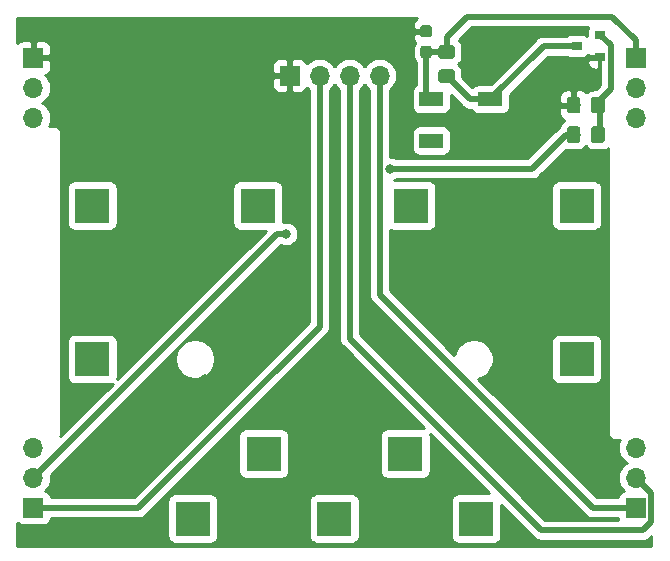
<source format=gbr>
%TF.GenerationSoftware,KiCad,Pcbnew,(5.0.2)-1*%
%TF.CreationDate,2020-07-31T10:54:53+02:00*%
%TF.ProjectId,Multimeter_Watch_DisplayBoard_V1,4d756c74-696d-4657-9465-725f57617463,rev?*%
%TF.SameCoordinates,Original*%
%TF.FileFunction,Copper,L2,Bot*%
%TF.FilePolarity,Positive*%
%FSLAX46Y46*%
G04 Gerber Fmt 4.6, Leading zero omitted, Abs format (unit mm)*
G04 Created by KiCad (PCBNEW (5.0.2)-1) date 31.7.2020 10:54:53*
%MOMM*%
%LPD*%
G01*
G04 APERTURE LIST*
%TA.AperFunction,SMDPad,CuDef*%
%ADD10R,3.000000X3.000000*%
%TD*%
%TA.AperFunction,SMDPad,CuDef*%
%ADD11R,2.000000X1.300000*%
%TD*%
%TA.AperFunction,Conductor*%
%ADD12C,0.100000*%
%TD*%
%TA.AperFunction,SMDPad,CuDef*%
%ADD13C,1.150000*%
%TD*%
%TA.AperFunction,SMDPad,CuDef*%
%ADD14C,0.950000*%
%TD*%
%TA.AperFunction,ComponentPad*%
%ADD15O,1.700000X1.700000*%
%TD*%
%TA.AperFunction,ComponentPad*%
%ADD16R,1.700000X1.700000*%
%TD*%
%TA.AperFunction,SMDPad,CuDef*%
%ADD17R,0.900000X0.800000*%
%TD*%
%TA.AperFunction,ViaPad*%
%ADD18C,0.800000*%
%TD*%
%TA.AperFunction,Conductor*%
%ADD19C,0.500000*%
%TD*%
%TA.AperFunction,Conductor*%
%ADD20C,0.254000*%
%TD*%
G04 APERTURE END LIST*
D10*
%TO.P,Struct9,1*%
%TO.N,N/C*%
X137500000Y-92500000D03*
%TD*%
%TO.P,Struct7,1*%
%TO.N,N/C*%
X125500000Y-92500000D03*
%TD*%
%TO.P,Struct3,1*%
%TO.N,N/C*%
X125000000Y-71500000D03*
%TD*%
%TO.P,Struct2,1*%
%TO.N,N/C*%
X138000000Y-71500000D03*
%TD*%
%TO.P,Struct8,1*%
%TO.N,N/C*%
X131500000Y-98000000D03*
%TD*%
%TO.P,Struct6,1*%
%TO.N,N/C*%
X119500000Y-98000000D03*
%TD*%
%TO.P,Struct10,1*%
%TO.N,N/C*%
X143500000Y-98000000D03*
%TD*%
%TO.P,Struct11,1*%
%TO.N,N/C*%
X152000000Y-84500000D03*
%TD*%
%TO.P,Struct5,1*%
%TO.N,N/C*%
X111000000Y-84500000D03*
%TD*%
%TO.P,Struct4,1*%
%TO.N,N/C*%
X111000000Y-71500000D03*
%TD*%
%TO.P,Struct1,1*%
%TO.N,N/C*%
X152000000Y-71500000D03*
%TD*%
D11*
%TO.P,B1,*%
%TO.N,*%
X139700000Y-66000000D03*
%TO.P,B1,2*%
%TO.N,Net-(B1-Pad2)*%
X144700000Y-62500000D03*
%TO.P,B1,1*%
%TO.N,/VCC*%
X139700000Y-62500000D03*
%TD*%
D12*
%TO.N,Net-(B1-Pad2)*%
%TO.C,D1*%
G36*
X141474505Y-59976203D02*
X141498773Y-59979803D01*
X141522572Y-59985764D01*
X141545671Y-59994029D01*
X141567850Y-60004519D01*
X141588893Y-60017131D01*
X141608599Y-60031746D01*
X141626777Y-60048222D01*
X141643253Y-60066400D01*
X141657868Y-60086106D01*
X141670480Y-60107149D01*
X141680970Y-60129328D01*
X141689235Y-60152427D01*
X141695196Y-60176226D01*
X141698796Y-60200494D01*
X141700000Y-60224998D01*
X141700000Y-60875000D01*
X141698796Y-60899504D01*
X141695196Y-60923772D01*
X141689235Y-60947571D01*
X141680970Y-60970670D01*
X141670480Y-60992849D01*
X141657868Y-61013892D01*
X141643253Y-61033598D01*
X141626777Y-61051776D01*
X141608599Y-61068252D01*
X141588893Y-61082867D01*
X141567850Y-61095479D01*
X141545671Y-61105969D01*
X141522572Y-61114234D01*
X141498773Y-61120195D01*
X141474505Y-61123795D01*
X141450001Y-61124999D01*
X140549999Y-61124999D01*
X140525495Y-61123795D01*
X140501227Y-61120195D01*
X140477428Y-61114234D01*
X140454329Y-61105969D01*
X140432150Y-61095479D01*
X140411107Y-61082867D01*
X140391401Y-61068252D01*
X140373223Y-61051776D01*
X140356747Y-61033598D01*
X140342132Y-61013892D01*
X140329520Y-60992849D01*
X140319030Y-60970670D01*
X140310765Y-60947571D01*
X140304804Y-60923772D01*
X140301204Y-60899504D01*
X140300000Y-60875000D01*
X140300000Y-60224998D01*
X140301204Y-60200494D01*
X140304804Y-60176226D01*
X140310765Y-60152427D01*
X140319030Y-60129328D01*
X140329520Y-60107149D01*
X140342132Y-60086106D01*
X140356747Y-60066400D01*
X140373223Y-60048222D01*
X140391401Y-60031746D01*
X140411107Y-60017131D01*
X140432150Y-60004519D01*
X140454329Y-59994029D01*
X140477428Y-59985764D01*
X140501227Y-59979803D01*
X140525495Y-59976203D01*
X140549999Y-59974999D01*
X141450001Y-59974999D01*
X141474505Y-59976203D01*
X141474505Y-59976203D01*
G37*
D13*
%TD*%
%TO.P,D1,2*%
%TO.N,Net-(B1-Pad2)*%
X141000000Y-60549999D03*
D12*
%TO.N,/VCC*%
%TO.C,D1*%
G36*
X141474505Y-57926203D02*
X141498773Y-57929803D01*
X141522572Y-57935764D01*
X141545671Y-57944029D01*
X141567850Y-57954519D01*
X141588893Y-57967131D01*
X141608599Y-57981746D01*
X141626777Y-57998222D01*
X141643253Y-58016400D01*
X141657868Y-58036106D01*
X141670480Y-58057149D01*
X141680970Y-58079328D01*
X141689235Y-58102427D01*
X141695196Y-58126226D01*
X141698796Y-58150494D01*
X141700000Y-58174998D01*
X141700000Y-58825000D01*
X141698796Y-58849504D01*
X141695196Y-58873772D01*
X141689235Y-58897571D01*
X141680970Y-58920670D01*
X141670480Y-58942849D01*
X141657868Y-58963892D01*
X141643253Y-58983598D01*
X141626777Y-59001776D01*
X141608599Y-59018252D01*
X141588893Y-59032867D01*
X141567850Y-59045479D01*
X141545671Y-59055969D01*
X141522572Y-59064234D01*
X141498773Y-59070195D01*
X141474505Y-59073795D01*
X141450001Y-59074999D01*
X140549999Y-59074999D01*
X140525495Y-59073795D01*
X140501227Y-59070195D01*
X140477428Y-59064234D01*
X140454329Y-59055969D01*
X140432150Y-59045479D01*
X140411107Y-59032867D01*
X140391401Y-59018252D01*
X140373223Y-59001776D01*
X140356747Y-58983598D01*
X140342132Y-58963892D01*
X140329520Y-58942849D01*
X140319030Y-58920670D01*
X140310765Y-58897571D01*
X140304804Y-58873772D01*
X140301204Y-58849504D01*
X140300000Y-58825000D01*
X140300000Y-58174998D01*
X140301204Y-58150494D01*
X140304804Y-58126226D01*
X140310765Y-58102427D01*
X140319030Y-58079328D01*
X140329520Y-58057149D01*
X140342132Y-58036106D01*
X140356747Y-58016400D01*
X140373223Y-57998222D01*
X140391401Y-57981746D01*
X140411107Y-57967131D01*
X140432150Y-57954519D01*
X140454329Y-57944029D01*
X140477428Y-57935764D01*
X140501227Y-57929803D01*
X140525495Y-57926203D01*
X140549999Y-57924999D01*
X141450001Y-57924999D01*
X141474505Y-57926203D01*
X141474505Y-57926203D01*
G37*
D13*
%TD*%
%TO.P,D1,1*%
%TO.N,/VCC*%
X141000000Y-58499999D03*
D12*
%TO.N,/GND*%
%TO.C,R18*%
G36*
X152099505Y-62301204D02*
X152123773Y-62304804D01*
X152147572Y-62310765D01*
X152170671Y-62319030D01*
X152192850Y-62329520D01*
X152213893Y-62342132D01*
X152233599Y-62356747D01*
X152251777Y-62373223D01*
X152268253Y-62391401D01*
X152282868Y-62411107D01*
X152295480Y-62432150D01*
X152305970Y-62454329D01*
X152314235Y-62477428D01*
X152320196Y-62501227D01*
X152323796Y-62525495D01*
X152325000Y-62549999D01*
X152325000Y-63450001D01*
X152323796Y-63474505D01*
X152320196Y-63498773D01*
X152314235Y-63522572D01*
X152305970Y-63545671D01*
X152295480Y-63567850D01*
X152282868Y-63588893D01*
X152268253Y-63608599D01*
X152251777Y-63626777D01*
X152233599Y-63643253D01*
X152213893Y-63657868D01*
X152192850Y-63670480D01*
X152170671Y-63680970D01*
X152147572Y-63689235D01*
X152123773Y-63695196D01*
X152099505Y-63698796D01*
X152075001Y-63700000D01*
X151424999Y-63700000D01*
X151400495Y-63698796D01*
X151376227Y-63695196D01*
X151352428Y-63689235D01*
X151329329Y-63680970D01*
X151307150Y-63670480D01*
X151286107Y-63657868D01*
X151266401Y-63643253D01*
X151248223Y-63626777D01*
X151231747Y-63608599D01*
X151217132Y-63588893D01*
X151204520Y-63567850D01*
X151194030Y-63545671D01*
X151185765Y-63522572D01*
X151179804Y-63498773D01*
X151176204Y-63474505D01*
X151175000Y-63450001D01*
X151175000Y-62549999D01*
X151176204Y-62525495D01*
X151179804Y-62501227D01*
X151185765Y-62477428D01*
X151194030Y-62454329D01*
X151204520Y-62432150D01*
X151217132Y-62411107D01*
X151231747Y-62391401D01*
X151248223Y-62373223D01*
X151266401Y-62356747D01*
X151286107Y-62342132D01*
X151307150Y-62329520D01*
X151329329Y-62319030D01*
X151352428Y-62310765D01*
X151376227Y-62304804D01*
X151400495Y-62301204D01*
X151424999Y-62300000D01*
X152075001Y-62300000D01*
X152099505Y-62301204D01*
X152099505Y-62301204D01*
G37*
D13*
%TD*%
%TO.P,R18,2*%
%TO.N,/GND*%
X151750000Y-63000000D03*
D12*
%TO.N,Net-(Q1-Pad1)*%
%TO.C,R18*%
G36*
X154149505Y-62301204D02*
X154173773Y-62304804D01*
X154197572Y-62310765D01*
X154220671Y-62319030D01*
X154242850Y-62329520D01*
X154263893Y-62342132D01*
X154283599Y-62356747D01*
X154301777Y-62373223D01*
X154318253Y-62391401D01*
X154332868Y-62411107D01*
X154345480Y-62432150D01*
X154355970Y-62454329D01*
X154364235Y-62477428D01*
X154370196Y-62501227D01*
X154373796Y-62525495D01*
X154375000Y-62549999D01*
X154375000Y-63450001D01*
X154373796Y-63474505D01*
X154370196Y-63498773D01*
X154364235Y-63522572D01*
X154355970Y-63545671D01*
X154345480Y-63567850D01*
X154332868Y-63588893D01*
X154318253Y-63608599D01*
X154301777Y-63626777D01*
X154283599Y-63643253D01*
X154263893Y-63657868D01*
X154242850Y-63670480D01*
X154220671Y-63680970D01*
X154197572Y-63689235D01*
X154173773Y-63695196D01*
X154149505Y-63698796D01*
X154125001Y-63700000D01*
X153474999Y-63700000D01*
X153450495Y-63698796D01*
X153426227Y-63695196D01*
X153402428Y-63689235D01*
X153379329Y-63680970D01*
X153357150Y-63670480D01*
X153336107Y-63657868D01*
X153316401Y-63643253D01*
X153298223Y-63626777D01*
X153281747Y-63608599D01*
X153267132Y-63588893D01*
X153254520Y-63567850D01*
X153244030Y-63545671D01*
X153235765Y-63522572D01*
X153229804Y-63498773D01*
X153226204Y-63474505D01*
X153225000Y-63450001D01*
X153225000Y-62549999D01*
X153226204Y-62525495D01*
X153229804Y-62501227D01*
X153235765Y-62477428D01*
X153244030Y-62454329D01*
X153254520Y-62432150D01*
X153267132Y-62411107D01*
X153281747Y-62391401D01*
X153298223Y-62373223D01*
X153316401Y-62356747D01*
X153336107Y-62342132D01*
X153357150Y-62329520D01*
X153379329Y-62319030D01*
X153402428Y-62310765D01*
X153426227Y-62304804D01*
X153450495Y-62301204D01*
X153474999Y-62300000D01*
X154125001Y-62300000D01*
X154149505Y-62301204D01*
X154149505Y-62301204D01*
G37*
D13*
%TD*%
%TO.P,R18,1*%
%TO.N,Net-(Q1-Pad1)*%
X153800000Y-63000000D03*
D12*
%TO.N,/BUZZER*%
%TO.C,R17*%
G36*
X152099505Y-64801204D02*
X152123773Y-64804804D01*
X152147572Y-64810765D01*
X152170671Y-64819030D01*
X152192850Y-64829520D01*
X152213893Y-64842132D01*
X152233599Y-64856747D01*
X152251777Y-64873223D01*
X152268253Y-64891401D01*
X152282868Y-64911107D01*
X152295480Y-64932150D01*
X152305970Y-64954329D01*
X152314235Y-64977428D01*
X152320196Y-65001227D01*
X152323796Y-65025495D01*
X152325000Y-65049999D01*
X152325000Y-65950001D01*
X152323796Y-65974505D01*
X152320196Y-65998773D01*
X152314235Y-66022572D01*
X152305970Y-66045671D01*
X152295480Y-66067850D01*
X152282868Y-66088893D01*
X152268253Y-66108599D01*
X152251777Y-66126777D01*
X152233599Y-66143253D01*
X152213893Y-66157868D01*
X152192850Y-66170480D01*
X152170671Y-66180970D01*
X152147572Y-66189235D01*
X152123773Y-66195196D01*
X152099505Y-66198796D01*
X152075001Y-66200000D01*
X151424999Y-66200000D01*
X151400495Y-66198796D01*
X151376227Y-66195196D01*
X151352428Y-66189235D01*
X151329329Y-66180970D01*
X151307150Y-66170480D01*
X151286107Y-66157868D01*
X151266401Y-66143253D01*
X151248223Y-66126777D01*
X151231747Y-66108599D01*
X151217132Y-66088893D01*
X151204520Y-66067850D01*
X151194030Y-66045671D01*
X151185765Y-66022572D01*
X151179804Y-65998773D01*
X151176204Y-65974505D01*
X151175000Y-65950001D01*
X151175000Y-65049999D01*
X151176204Y-65025495D01*
X151179804Y-65001227D01*
X151185765Y-64977428D01*
X151194030Y-64954329D01*
X151204520Y-64932150D01*
X151217132Y-64911107D01*
X151231747Y-64891401D01*
X151248223Y-64873223D01*
X151266401Y-64856747D01*
X151286107Y-64842132D01*
X151307150Y-64829520D01*
X151329329Y-64819030D01*
X151352428Y-64810765D01*
X151376227Y-64804804D01*
X151400495Y-64801204D01*
X151424999Y-64800000D01*
X152075001Y-64800000D01*
X152099505Y-64801204D01*
X152099505Y-64801204D01*
G37*
D13*
%TD*%
%TO.P,R17,2*%
%TO.N,/BUZZER*%
X151750000Y-65500000D03*
D12*
%TO.N,Net-(Q1-Pad1)*%
%TO.C,R17*%
G36*
X154149505Y-64801204D02*
X154173773Y-64804804D01*
X154197572Y-64810765D01*
X154220671Y-64819030D01*
X154242850Y-64829520D01*
X154263893Y-64842132D01*
X154283599Y-64856747D01*
X154301777Y-64873223D01*
X154318253Y-64891401D01*
X154332868Y-64911107D01*
X154345480Y-64932150D01*
X154355970Y-64954329D01*
X154364235Y-64977428D01*
X154370196Y-65001227D01*
X154373796Y-65025495D01*
X154375000Y-65049999D01*
X154375000Y-65950001D01*
X154373796Y-65974505D01*
X154370196Y-65998773D01*
X154364235Y-66022572D01*
X154355970Y-66045671D01*
X154345480Y-66067850D01*
X154332868Y-66088893D01*
X154318253Y-66108599D01*
X154301777Y-66126777D01*
X154283599Y-66143253D01*
X154263893Y-66157868D01*
X154242850Y-66170480D01*
X154220671Y-66180970D01*
X154197572Y-66189235D01*
X154173773Y-66195196D01*
X154149505Y-66198796D01*
X154125001Y-66200000D01*
X153474999Y-66200000D01*
X153450495Y-66198796D01*
X153426227Y-66195196D01*
X153402428Y-66189235D01*
X153379329Y-66180970D01*
X153357150Y-66170480D01*
X153336107Y-66157868D01*
X153316401Y-66143253D01*
X153298223Y-66126777D01*
X153281747Y-66108599D01*
X153267132Y-66088893D01*
X153254520Y-66067850D01*
X153244030Y-66045671D01*
X153235765Y-66022572D01*
X153229804Y-65998773D01*
X153226204Y-65974505D01*
X153225000Y-65950001D01*
X153225000Y-65049999D01*
X153226204Y-65025495D01*
X153229804Y-65001227D01*
X153235765Y-64977428D01*
X153244030Y-64954329D01*
X153254520Y-64932150D01*
X153267132Y-64911107D01*
X153281747Y-64891401D01*
X153298223Y-64873223D01*
X153316401Y-64856747D01*
X153336107Y-64842132D01*
X153357150Y-64829520D01*
X153379329Y-64819030D01*
X153402428Y-64810765D01*
X153426227Y-64804804D01*
X153450495Y-64801204D01*
X153474999Y-64800000D01*
X154125001Y-64800000D01*
X154149505Y-64801204D01*
X154149505Y-64801204D01*
G37*
D13*
%TD*%
%TO.P,R17,1*%
%TO.N,Net-(Q1-Pad1)*%
X153800000Y-65500000D03*
D12*
%TO.N,/GND*%
%TO.C,C1*%
G36*
X139510779Y-56226143D02*
X139533834Y-56229562D01*
X139556443Y-56235226D01*
X139578387Y-56243078D01*
X139599457Y-56253043D01*
X139619448Y-56265025D01*
X139638168Y-56278909D01*
X139655438Y-56294561D01*
X139671090Y-56311831D01*
X139684974Y-56330551D01*
X139696956Y-56350542D01*
X139706921Y-56371612D01*
X139714773Y-56393556D01*
X139720437Y-56416165D01*
X139723856Y-56439220D01*
X139725000Y-56462499D01*
X139725000Y-57037499D01*
X139723856Y-57060778D01*
X139720437Y-57083833D01*
X139714773Y-57106442D01*
X139706921Y-57128386D01*
X139696956Y-57149456D01*
X139684974Y-57169447D01*
X139671090Y-57188167D01*
X139655438Y-57205437D01*
X139638168Y-57221089D01*
X139619448Y-57234973D01*
X139599457Y-57246955D01*
X139578387Y-57256920D01*
X139556443Y-57264772D01*
X139533834Y-57270436D01*
X139510779Y-57273855D01*
X139487500Y-57274999D01*
X139012500Y-57274999D01*
X138989221Y-57273855D01*
X138966166Y-57270436D01*
X138943557Y-57264772D01*
X138921613Y-57256920D01*
X138900543Y-57246955D01*
X138880552Y-57234973D01*
X138861832Y-57221089D01*
X138844562Y-57205437D01*
X138828910Y-57188167D01*
X138815026Y-57169447D01*
X138803044Y-57149456D01*
X138793079Y-57128386D01*
X138785227Y-57106442D01*
X138779563Y-57083833D01*
X138776144Y-57060778D01*
X138775000Y-57037499D01*
X138775000Y-56462499D01*
X138776144Y-56439220D01*
X138779563Y-56416165D01*
X138785227Y-56393556D01*
X138793079Y-56371612D01*
X138803044Y-56350542D01*
X138815026Y-56330551D01*
X138828910Y-56311831D01*
X138844562Y-56294561D01*
X138861832Y-56278909D01*
X138880552Y-56265025D01*
X138900543Y-56253043D01*
X138921613Y-56243078D01*
X138943557Y-56235226D01*
X138966166Y-56229562D01*
X138989221Y-56226143D01*
X139012500Y-56224999D01*
X139487500Y-56224999D01*
X139510779Y-56226143D01*
X139510779Y-56226143D01*
G37*
D14*
%TD*%
%TO.P,C1,2*%
%TO.N,/GND*%
X139250000Y-56749999D03*
D12*
%TO.N,/VCC*%
%TO.C,C1*%
G36*
X139510779Y-57976143D02*
X139533834Y-57979562D01*
X139556443Y-57985226D01*
X139578387Y-57993078D01*
X139599457Y-58003043D01*
X139619448Y-58015025D01*
X139638168Y-58028909D01*
X139655438Y-58044561D01*
X139671090Y-58061831D01*
X139684974Y-58080551D01*
X139696956Y-58100542D01*
X139706921Y-58121612D01*
X139714773Y-58143556D01*
X139720437Y-58166165D01*
X139723856Y-58189220D01*
X139725000Y-58212499D01*
X139725000Y-58787499D01*
X139723856Y-58810778D01*
X139720437Y-58833833D01*
X139714773Y-58856442D01*
X139706921Y-58878386D01*
X139696956Y-58899456D01*
X139684974Y-58919447D01*
X139671090Y-58938167D01*
X139655438Y-58955437D01*
X139638168Y-58971089D01*
X139619448Y-58984973D01*
X139599457Y-58996955D01*
X139578387Y-59006920D01*
X139556443Y-59014772D01*
X139533834Y-59020436D01*
X139510779Y-59023855D01*
X139487500Y-59024999D01*
X139012500Y-59024999D01*
X138989221Y-59023855D01*
X138966166Y-59020436D01*
X138943557Y-59014772D01*
X138921613Y-59006920D01*
X138900543Y-58996955D01*
X138880552Y-58984973D01*
X138861832Y-58971089D01*
X138844562Y-58955437D01*
X138828910Y-58938167D01*
X138815026Y-58919447D01*
X138803044Y-58899456D01*
X138793079Y-58878386D01*
X138785227Y-58856442D01*
X138779563Y-58833833D01*
X138776144Y-58810778D01*
X138775000Y-58787499D01*
X138775000Y-58212499D01*
X138776144Y-58189220D01*
X138779563Y-58166165D01*
X138785227Y-58143556D01*
X138793079Y-58121612D01*
X138803044Y-58100542D01*
X138815026Y-58080551D01*
X138828910Y-58061831D01*
X138844562Y-58044561D01*
X138861832Y-58028909D01*
X138880552Y-58015025D01*
X138900543Y-58003043D01*
X138921613Y-57993078D01*
X138943557Y-57985226D01*
X138966166Y-57979562D01*
X138989221Y-57976143D01*
X139012500Y-57974999D01*
X139487500Y-57974999D01*
X139510779Y-57976143D01*
X139510779Y-57976143D01*
G37*
D14*
%TD*%
%TO.P,C1,1*%
%TO.N,/VCC*%
X139250000Y-58499999D03*
D15*
%TO.P,J_5,4*%
%TO.N,/SDA*%
X135320000Y-60500000D03*
%TO.P,J_5,3*%
%TO.N,/SCL*%
X132780000Y-60500000D03*
%TO.P,J_5,2*%
%TO.N,/ENABLE*%
X130240000Y-60500000D03*
D16*
%TO.P,J_5,1*%
%TO.N,/GND*%
X127700000Y-60500000D03*
%TD*%
D15*
%TO.P,J4,3*%
%TO.N,/BUTT2*%
X106000000Y-64080000D03*
%TO.P,J4,2*%
%TO.N,/BUTT1*%
X106000000Y-61540000D03*
D16*
%TO.P,J4,1*%
%TO.N,/GND*%
X106000000Y-59000000D03*
%TD*%
D15*
%TO.P,J3,3*%
%TO.N,/BUTT5*%
X157000000Y-64080000D03*
%TO.P,J3,2*%
%TO.N,/BUTT4*%
X157000000Y-61540000D03*
D16*
%TO.P,J3,1*%
%TO.N,/VCC*%
X157000000Y-59000000D03*
%TD*%
D15*
%TO.P,J2,3*%
%TO.N,/BUTT6*%
X157000000Y-92020000D03*
%TO.P,J2,2*%
%TO.N,/SCL*%
X157000000Y-94560000D03*
D16*
%TO.P,J2,1*%
%TO.N,/SDA*%
X157000000Y-97100000D03*
%TD*%
D15*
%TO.P,J1,3*%
%TO.N,/BUTT3*%
X106000000Y-92020000D03*
%TO.P,J1,2*%
%TO.N,/BUZZER*%
X106000000Y-94560000D03*
D16*
%TO.P,J1,1*%
%TO.N,/ENABLE*%
X106000000Y-97100000D03*
%TD*%
D17*
%TO.P,Q1,3*%
%TO.N,Net-(B1-Pad2)*%
X152000000Y-58000000D03*
%TO.P,Q1,2*%
%TO.N,/GND*%
X154000000Y-58950000D03*
%TO.P,Q1,1*%
%TO.N,Net-(Q1-Pad1)*%
X154000000Y-57050000D03*
%TD*%
D18*
%TO.N,/GND*%
X154500000Y-94500000D03*
X148500000Y-83000000D03*
X111000000Y-75500000D03*
X145000000Y-58000000D03*
X131500000Y-67500000D03*
X134000000Y-67500000D03*
X134000000Y-73000000D03*
X131500000Y-75000000D03*
X138500000Y-85500000D03*
X129500000Y-86500000D03*
X109000000Y-99000000D03*
X118000000Y-58000000D03*
X151500000Y-97500000D03*
X120500000Y-86200000D03*
X126500000Y-67500000D03*
X143000000Y-65500000D03*
%TO.N,/BUZZER*%
X127400000Y-73900000D03*
X136200000Y-68400000D03*
%TD*%
D19*
%TO.N,Net-(B1-Pad2)*%
X144700000Y-62500000D02*
X144250000Y-62500000D01*
X149200000Y-58000000D02*
X144700000Y-62500000D01*
X152000000Y-58000000D02*
X149200000Y-58000000D01*
X142950001Y-62500000D02*
X144700000Y-62500000D01*
X141000000Y-60549999D02*
X142950001Y-62500000D01*
%TO.N,Net-(Q1-Pad1)*%
X154000000Y-62525000D02*
X154025000Y-62500000D01*
X154000000Y-65000000D02*
X154000000Y-62525000D01*
X154900001Y-57950001D02*
X154000000Y-57050000D01*
X154900001Y-61624999D02*
X154900001Y-57950001D01*
X154025000Y-62500000D02*
X154900001Y-61624999D01*
%TO.N,/BUZZER*%
X106000000Y-94560000D02*
X126660000Y-73900000D01*
X126660000Y-73900000D02*
X127400000Y-73900000D01*
X136200000Y-68400000D02*
X148200000Y-68400000D01*
X151100000Y-65500000D02*
X151750000Y-65500000D01*
X148200000Y-68400000D02*
X151100000Y-65500000D01*
%TO.N,/ENABLE*%
X130240000Y-64000000D02*
X130240000Y-81760000D01*
X114900000Y-97100000D02*
X106000000Y-97100000D01*
X130240000Y-81760000D02*
X114900000Y-97100000D01*
X130240000Y-64000000D02*
X130240000Y-60500000D01*
%TO.N,/SCL*%
X132780000Y-64000000D02*
X132780000Y-82780000D01*
X132780000Y-82780000D02*
X149000000Y-99000000D01*
X158300001Y-95860001D02*
X157000000Y-94560000D01*
X157610002Y-99000000D02*
X158300001Y-98310001D01*
X158300001Y-98310001D02*
X158300001Y-95860001D01*
X149000000Y-99000000D02*
X155000000Y-99000000D01*
X132780000Y-64000000D02*
X132780000Y-60500000D01*
X155000000Y-99000000D02*
X157610002Y-99000000D01*
%TO.N,/SDA*%
X153358002Y-97100000D02*
X157000000Y-97100000D01*
X135320000Y-60500000D02*
X135320000Y-79061998D01*
X135320000Y-79061998D02*
X153358002Y-97100000D01*
%TO.N,/VCC*%
X157000000Y-59000000D02*
X157000000Y-57500000D01*
X157000000Y-57500000D02*
X155000000Y-55500000D01*
X155000000Y-55500000D02*
X142750000Y-55500000D01*
X142750000Y-55500000D02*
X141000000Y-57250000D01*
X141000000Y-57250000D02*
X141000000Y-58499999D01*
X141000000Y-58499999D02*
X139000000Y-58499999D01*
X139250000Y-62050000D02*
X139700000Y-62500000D01*
X139250000Y-58499999D02*
X139250000Y-62050000D01*
%TD*%
D20*
%TO.N,/GND*%
G36*
X131539294Y-61329014D02*
X131724866Y-61555134D01*
X131895001Y-61694760D01*
X131895000Y-63956523D01*
X131895000Y-63956524D01*
X131895001Y-82736521D01*
X131890719Y-82780000D01*
X131907805Y-82953490D01*
X131958412Y-83120313D01*
X132040590Y-83274059D01*
X132123468Y-83375046D01*
X132123471Y-83375049D01*
X132151184Y-83408817D01*
X132184952Y-83436530D01*
X139122405Y-90373983D01*
X139000000Y-90361928D01*
X136000000Y-90361928D01*
X135875518Y-90374188D01*
X135755820Y-90410498D01*
X135645506Y-90469463D01*
X135548815Y-90548815D01*
X135469463Y-90645506D01*
X135410498Y-90755820D01*
X135374188Y-90875518D01*
X135361928Y-91000000D01*
X135361928Y-94000000D01*
X135374188Y-94124482D01*
X135410498Y-94244180D01*
X135469463Y-94354494D01*
X135548815Y-94451185D01*
X135645506Y-94530537D01*
X135755820Y-94589502D01*
X135875518Y-94625812D01*
X136000000Y-94638072D01*
X139000000Y-94638072D01*
X139124482Y-94625812D01*
X139244180Y-94589502D01*
X139354494Y-94530537D01*
X139451185Y-94451185D01*
X139530537Y-94354494D01*
X139589502Y-94244180D01*
X139625812Y-94124482D01*
X139638072Y-94000000D01*
X139638072Y-91000000D01*
X139626017Y-90877595D01*
X144610349Y-95861928D01*
X142000000Y-95861928D01*
X141875518Y-95874188D01*
X141755820Y-95910498D01*
X141645506Y-95969463D01*
X141548815Y-96048815D01*
X141469463Y-96145506D01*
X141410498Y-96255820D01*
X141374188Y-96375518D01*
X141361928Y-96500000D01*
X141361928Y-99500000D01*
X141374188Y-99624482D01*
X141410498Y-99744180D01*
X141469463Y-99854494D01*
X141548815Y-99951185D01*
X141645506Y-100030537D01*
X141755820Y-100089502D01*
X141875518Y-100125812D01*
X142000000Y-100138072D01*
X145000000Y-100138072D01*
X145124482Y-100125812D01*
X145244180Y-100089502D01*
X145354494Y-100030537D01*
X145451185Y-99951185D01*
X145530537Y-99854494D01*
X145589502Y-99744180D01*
X145625812Y-99624482D01*
X145638072Y-99500000D01*
X145638072Y-96889651D01*
X148343470Y-99595049D01*
X148371183Y-99628817D01*
X148404951Y-99656530D01*
X148404953Y-99656532D01*
X148476452Y-99715210D01*
X148505941Y-99739411D01*
X148659687Y-99821589D01*
X148768159Y-99854494D01*
X148826509Y-99872195D01*
X148841306Y-99873652D01*
X148956523Y-99885000D01*
X148956531Y-99885000D01*
X149000000Y-99889281D01*
X149043469Y-99885000D01*
X157566533Y-99885000D01*
X157610002Y-99889281D01*
X157653471Y-99885000D01*
X157653479Y-99885000D01*
X157783492Y-99872195D01*
X157950315Y-99821589D01*
X158104061Y-99739411D01*
X158238819Y-99628817D01*
X158266536Y-99595044D01*
X158340001Y-99521579D01*
X158340001Y-100340000D01*
X104660000Y-100340000D01*
X104660000Y-98353889D01*
X104698815Y-98401185D01*
X104795506Y-98480537D01*
X104905820Y-98539502D01*
X105025518Y-98575812D01*
X105150000Y-98588072D01*
X106850000Y-98588072D01*
X106974482Y-98575812D01*
X107094180Y-98539502D01*
X107204494Y-98480537D01*
X107301185Y-98401185D01*
X107380537Y-98304494D01*
X107439502Y-98194180D01*
X107475812Y-98074482D01*
X107484625Y-97985000D01*
X114856531Y-97985000D01*
X114900000Y-97989281D01*
X114943469Y-97985000D01*
X114943477Y-97985000D01*
X115073490Y-97972195D01*
X115240313Y-97921589D01*
X115394059Y-97839411D01*
X115528817Y-97728817D01*
X115556534Y-97695044D01*
X116751578Y-96500000D01*
X117361928Y-96500000D01*
X117361928Y-99500000D01*
X117374188Y-99624482D01*
X117410498Y-99744180D01*
X117469463Y-99854494D01*
X117548815Y-99951185D01*
X117645506Y-100030537D01*
X117755820Y-100089502D01*
X117875518Y-100125812D01*
X118000000Y-100138072D01*
X121000000Y-100138072D01*
X121124482Y-100125812D01*
X121244180Y-100089502D01*
X121354494Y-100030537D01*
X121451185Y-99951185D01*
X121530537Y-99854494D01*
X121589502Y-99744180D01*
X121625812Y-99624482D01*
X121638072Y-99500000D01*
X121638072Y-96500000D01*
X129361928Y-96500000D01*
X129361928Y-99500000D01*
X129374188Y-99624482D01*
X129410498Y-99744180D01*
X129469463Y-99854494D01*
X129548815Y-99951185D01*
X129645506Y-100030537D01*
X129755820Y-100089502D01*
X129875518Y-100125812D01*
X130000000Y-100138072D01*
X133000000Y-100138072D01*
X133124482Y-100125812D01*
X133244180Y-100089502D01*
X133354494Y-100030537D01*
X133451185Y-99951185D01*
X133530537Y-99854494D01*
X133589502Y-99744180D01*
X133625812Y-99624482D01*
X133638072Y-99500000D01*
X133638072Y-96500000D01*
X133625812Y-96375518D01*
X133589502Y-96255820D01*
X133530537Y-96145506D01*
X133451185Y-96048815D01*
X133354494Y-95969463D01*
X133244180Y-95910498D01*
X133124482Y-95874188D01*
X133000000Y-95861928D01*
X130000000Y-95861928D01*
X129875518Y-95874188D01*
X129755820Y-95910498D01*
X129645506Y-95969463D01*
X129548815Y-96048815D01*
X129469463Y-96145506D01*
X129410498Y-96255820D01*
X129374188Y-96375518D01*
X129361928Y-96500000D01*
X121638072Y-96500000D01*
X121625812Y-96375518D01*
X121589502Y-96255820D01*
X121530537Y-96145506D01*
X121451185Y-96048815D01*
X121354494Y-95969463D01*
X121244180Y-95910498D01*
X121124482Y-95874188D01*
X121000000Y-95861928D01*
X118000000Y-95861928D01*
X117875518Y-95874188D01*
X117755820Y-95910498D01*
X117645506Y-95969463D01*
X117548815Y-96048815D01*
X117469463Y-96145506D01*
X117410498Y-96255820D01*
X117374188Y-96375518D01*
X117361928Y-96500000D01*
X116751578Y-96500000D01*
X122251578Y-91000000D01*
X123361928Y-91000000D01*
X123361928Y-94000000D01*
X123374188Y-94124482D01*
X123410498Y-94244180D01*
X123469463Y-94354494D01*
X123548815Y-94451185D01*
X123645506Y-94530537D01*
X123755820Y-94589502D01*
X123875518Y-94625812D01*
X124000000Y-94638072D01*
X127000000Y-94638072D01*
X127124482Y-94625812D01*
X127244180Y-94589502D01*
X127354494Y-94530537D01*
X127451185Y-94451185D01*
X127530537Y-94354494D01*
X127589502Y-94244180D01*
X127625812Y-94124482D01*
X127638072Y-94000000D01*
X127638072Y-91000000D01*
X127625812Y-90875518D01*
X127589502Y-90755820D01*
X127530537Y-90645506D01*
X127451185Y-90548815D01*
X127354494Y-90469463D01*
X127244180Y-90410498D01*
X127124482Y-90374188D01*
X127000000Y-90361928D01*
X124000000Y-90361928D01*
X123875518Y-90374188D01*
X123755820Y-90410498D01*
X123645506Y-90469463D01*
X123548815Y-90548815D01*
X123469463Y-90645506D01*
X123410498Y-90755820D01*
X123374188Y-90875518D01*
X123361928Y-91000000D01*
X122251578Y-91000000D01*
X130835049Y-82416530D01*
X130868817Y-82388817D01*
X130979411Y-82254059D01*
X131061589Y-82100313D01*
X131112195Y-81933490D01*
X131125000Y-81803477D01*
X131125000Y-81803467D01*
X131129281Y-81760001D01*
X131125000Y-81716534D01*
X131125000Y-61694759D01*
X131295134Y-61555134D01*
X131480706Y-61329014D01*
X131510000Y-61274209D01*
X131539294Y-61329014D01*
X131539294Y-61329014D01*
G37*
X131539294Y-61329014D02*
X131724866Y-61555134D01*
X131895001Y-61694760D01*
X131895000Y-63956523D01*
X131895000Y-63956524D01*
X131895001Y-82736521D01*
X131890719Y-82780000D01*
X131907805Y-82953490D01*
X131958412Y-83120313D01*
X132040590Y-83274059D01*
X132123468Y-83375046D01*
X132123471Y-83375049D01*
X132151184Y-83408817D01*
X132184952Y-83436530D01*
X139122405Y-90373983D01*
X139000000Y-90361928D01*
X136000000Y-90361928D01*
X135875518Y-90374188D01*
X135755820Y-90410498D01*
X135645506Y-90469463D01*
X135548815Y-90548815D01*
X135469463Y-90645506D01*
X135410498Y-90755820D01*
X135374188Y-90875518D01*
X135361928Y-91000000D01*
X135361928Y-94000000D01*
X135374188Y-94124482D01*
X135410498Y-94244180D01*
X135469463Y-94354494D01*
X135548815Y-94451185D01*
X135645506Y-94530537D01*
X135755820Y-94589502D01*
X135875518Y-94625812D01*
X136000000Y-94638072D01*
X139000000Y-94638072D01*
X139124482Y-94625812D01*
X139244180Y-94589502D01*
X139354494Y-94530537D01*
X139451185Y-94451185D01*
X139530537Y-94354494D01*
X139589502Y-94244180D01*
X139625812Y-94124482D01*
X139638072Y-94000000D01*
X139638072Y-91000000D01*
X139626017Y-90877595D01*
X144610349Y-95861928D01*
X142000000Y-95861928D01*
X141875518Y-95874188D01*
X141755820Y-95910498D01*
X141645506Y-95969463D01*
X141548815Y-96048815D01*
X141469463Y-96145506D01*
X141410498Y-96255820D01*
X141374188Y-96375518D01*
X141361928Y-96500000D01*
X141361928Y-99500000D01*
X141374188Y-99624482D01*
X141410498Y-99744180D01*
X141469463Y-99854494D01*
X141548815Y-99951185D01*
X141645506Y-100030537D01*
X141755820Y-100089502D01*
X141875518Y-100125812D01*
X142000000Y-100138072D01*
X145000000Y-100138072D01*
X145124482Y-100125812D01*
X145244180Y-100089502D01*
X145354494Y-100030537D01*
X145451185Y-99951185D01*
X145530537Y-99854494D01*
X145589502Y-99744180D01*
X145625812Y-99624482D01*
X145638072Y-99500000D01*
X145638072Y-96889651D01*
X148343470Y-99595049D01*
X148371183Y-99628817D01*
X148404951Y-99656530D01*
X148404953Y-99656532D01*
X148476452Y-99715210D01*
X148505941Y-99739411D01*
X148659687Y-99821589D01*
X148768159Y-99854494D01*
X148826509Y-99872195D01*
X148841306Y-99873652D01*
X148956523Y-99885000D01*
X148956531Y-99885000D01*
X149000000Y-99889281D01*
X149043469Y-99885000D01*
X157566533Y-99885000D01*
X157610002Y-99889281D01*
X157653471Y-99885000D01*
X157653479Y-99885000D01*
X157783492Y-99872195D01*
X157950315Y-99821589D01*
X158104061Y-99739411D01*
X158238819Y-99628817D01*
X158266536Y-99595044D01*
X158340001Y-99521579D01*
X158340001Y-100340000D01*
X104660000Y-100340000D01*
X104660000Y-98353889D01*
X104698815Y-98401185D01*
X104795506Y-98480537D01*
X104905820Y-98539502D01*
X105025518Y-98575812D01*
X105150000Y-98588072D01*
X106850000Y-98588072D01*
X106974482Y-98575812D01*
X107094180Y-98539502D01*
X107204494Y-98480537D01*
X107301185Y-98401185D01*
X107380537Y-98304494D01*
X107439502Y-98194180D01*
X107475812Y-98074482D01*
X107484625Y-97985000D01*
X114856531Y-97985000D01*
X114900000Y-97989281D01*
X114943469Y-97985000D01*
X114943477Y-97985000D01*
X115073490Y-97972195D01*
X115240313Y-97921589D01*
X115394059Y-97839411D01*
X115528817Y-97728817D01*
X115556534Y-97695044D01*
X116751578Y-96500000D01*
X117361928Y-96500000D01*
X117361928Y-99500000D01*
X117374188Y-99624482D01*
X117410498Y-99744180D01*
X117469463Y-99854494D01*
X117548815Y-99951185D01*
X117645506Y-100030537D01*
X117755820Y-100089502D01*
X117875518Y-100125812D01*
X118000000Y-100138072D01*
X121000000Y-100138072D01*
X121124482Y-100125812D01*
X121244180Y-100089502D01*
X121354494Y-100030537D01*
X121451185Y-99951185D01*
X121530537Y-99854494D01*
X121589502Y-99744180D01*
X121625812Y-99624482D01*
X121638072Y-99500000D01*
X121638072Y-96500000D01*
X129361928Y-96500000D01*
X129361928Y-99500000D01*
X129374188Y-99624482D01*
X129410498Y-99744180D01*
X129469463Y-99854494D01*
X129548815Y-99951185D01*
X129645506Y-100030537D01*
X129755820Y-100089502D01*
X129875518Y-100125812D01*
X130000000Y-100138072D01*
X133000000Y-100138072D01*
X133124482Y-100125812D01*
X133244180Y-100089502D01*
X133354494Y-100030537D01*
X133451185Y-99951185D01*
X133530537Y-99854494D01*
X133589502Y-99744180D01*
X133625812Y-99624482D01*
X133638072Y-99500000D01*
X133638072Y-96500000D01*
X133625812Y-96375518D01*
X133589502Y-96255820D01*
X133530537Y-96145506D01*
X133451185Y-96048815D01*
X133354494Y-95969463D01*
X133244180Y-95910498D01*
X133124482Y-95874188D01*
X133000000Y-95861928D01*
X130000000Y-95861928D01*
X129875518Y-95874188D01*
X129755820Y-95910498D01*
X129645506Y-95969463D01*
X129548815Y-96048815D01*
X129469463Y-96145506D01*
X129410498Y-96255820D01*
X129374188Y-96375518D01*
X129361928Y-96500000D01*
X121638072Y-96500000D01*
X121625812Y-96375518D01*
X121589502Y-96255820D01*
X121530537Y-96145506D01*
X121451185Y-96048815D01*
X121354494Y-95969463D01*
X121244180Y-95910498D01*
X121124482Y-95874188D01*
X121000000Y-95861928D01*
X118000000Y-95861928D01*
X117875518Y-95874188D01*
X117755820Y-95910498D01*
X117645506Y-95969463D01*
X117548815Y-96048815D01*
X117469463Y-96145506D01*
X117410498Y-96255820D01*
X117374188Y-96375518D01*
X117361928Y-96500000D01*
X116751578Y-96500000D01*
X122251578Y-91000000D01*
X123361928Y-91000000D01*
X123361928Y-94000000D01*
X123374188Y-94124482D01*
X123410498Y-94244180D01*
X123469463Y-94354494D01*
X123548815Y-94451185D01*
X123645506Y-94530537D01*
X123755820Y-94589502D01*
X123875518Y-94625812D01*
X124000000Y-94638072D01*
X127000000Y-94638072D01*
X127124482Y-94625812D01*
X127244180Y-94589502D01*
X127354494Y-94530537D01*
X127451185Y-94451185D01*
X127530537Y-94354494D01*
X127589502Y-94244180D01*
X127625812Y-94124482D01*
X127638072Y-94000000D01*
X127638072Y-91000000D01*
X127625812Y-90875518D01*
X127589502Y-90755820D01*
X127530537Y-90645506D01*
X127451185Y-90548815D01*
X127354494Y-90469463D01*
X127244180Y-90410498D01*
X127124482Y-90374188D01*
X127000000Y-90361928D01*
X124000000Y-90361928D01*
X123875518Y-90374188D01*
X123755820Y-90410498D01*
X123645506Y-90469463D01*
X123548815Y-90548815D01*
X123469463Y-90645506D01*
X123410498Y-90755820D01*
X123374188Y-90875518D01*
X123361928Y-91000000D01*
X122251578Y-91000000D01*
X130835049Y-82416530D01*
X130868817Y-82388817D01*
X130979411Y-82254059D01*
X131061589Y-82100313D01*
X131112195Y-81933490D01*
X131125000Y-81803477D01*
X131125000Y-81803467D01*
X131129281Y-81760001D01*
X131125000Y-81716534D01*
X131125000Y-61694759D01*
X131295134Y-61555134D01*
X131480706Y-61329014D01*
X131510000Y-61274209D01*
X131539294Y-61329014D01*
G36*
X134079294Y-61329014D02*
X134264866Y-61555134D01*
X134435000Y-61694760D01*
X134435001Y-79018519D01*
X134430719Y-79061998D01*
X134447805Y-79235488D01*
X134498412Y-79402311D01*
X134580590Y-79556057D01*
X134663468Y-79657044D01*
X134663471Y-79657047D01*
X134691184Y-79690815D01*
X134724952Y-79718528D01*
X152701472Y-97695049D01*
X152729185Y-97728817D01*
X152762953Y-97756530D01*
X152762955Y-97756532D01*
X152834454Y-97815210D01*
X152863943Y-97839411D01*
X153017689Y-97921589D01*
X153184512Y-97972195D01*
X153314525Y-97985000D01*
X153314535Y-97985000D01*
X153358001Y-97989281D01*
X153401468Y-97985000D01*
X155515375Y-97985000D01*
X155524188Y-98074482D01*
X155536479Y-98115000D01*
X149366579Y-98115000D01*
X133665000Y-82413422D01*
X133665000Y-61694759D01*
X133835134Y-61555134D01*
X134020706Y-61329014D01*
X134050000Y-61274209D01*
X134079294Y-61329014D01*
X134079294Y-61329014D01*
G37*
X134079294Y-61329014D02*
X134264866Y-61555134D01*
X134435000Y-61694760D01*
X134435001Y-79018519D01*
X134430719Y-79061998D01*
X134447805Y-79235488D01*
X134498412Y-79402311D01*
X134580590Y-79556057D01*
X134663468Y-79657044D01*
X134663471Y-79657047D01*
X134691184Y-79690815D01*
X134724952Y-79718528D01*
X152701472Y-97695049D01*
X152729185Y-97728817D01*
X152762953Y-97756530D01*
X152762955Y-97756532D01*
X152834454Y-97815210D01*
X152863943Y-97839411D01*
X153017689Y-97921589D01*
X153184512Y-97972195D01*
X153314525Y-97985000D01*
X153314535Y-97985000D01*
X153358001Y-97989281D01*
X153401468Y-97985000D01*
X155515375Y-97985000D01*
X155524188Y-98074482D01*
X155536479Y-98115000D01*
X149366579Y-98115000D01*
X133665000Y-82413422D01*
X133665000Y-61694759D01*
X133835134Y-61555134D01*
X134020706Y-61329014D01*
X134050000Y-61274209D01*
X134079294Y-61329014D01*
G36*
X138474215Y-55662269D02*
X138370211Y-55731762D01*
X138281763Y-55820210D01*
X138212270Y-55924214D01*
X138164403Y-56039776D01*
X138140000Y-56162457D01*
X138140000Y-56464249D01*
X138298750Y-56622999D01*
X139123000Y-56622999D01*
X139123000Y-56602999D01*
X139377000Y-56602999D01*
X139377000Y-56622999D01*
X139397000Y-56622999D01*
X139397000Y-56876999D01*
X139377000Y-56876999D01*
X139377000Y-56896999D01*
X139123000Y-56896999D01*
X139123000Y-56876999D01*
X138298750Y-56876999D01*
X138140000Y-57035749D01*
X138140000Y-57337541D01*
X138164403Y-57460222D01*
X138212270Y-57575784D01*
X138281763Y-57679788D01*
X138304116Y-57702141D01*
X138284488Y-57726057D01*
X138203577Y-57877432D01*
X138153752Y-58041683D01*
X138136928Y-58212499D01*
X138136928Y-58296435D01*
X138127805Y-58326509D01*
X138110718Y-58499999D01*
X138127805Y-58673489D01*
X138136928Y-58703563D01*
X138136928Y-58787499D01*
X138153752Y-58958315D01*
X138203577Y-59122566D01*
X138284488Y-59273941D01*
X138365000Y-59372045D01*
X138365001Y-61309043D01*
X138345506Y-61319463D01*
X138248815Y-61398815D01*
X138169463Y-61495506D01*
X138110498Y-61605820D01*
X138074188Y-61725518D01*
X138061928Y-61850000D01*
X138061928Y-63150000D01*
X138074188Y-63274482D01*
X138110498Y-63394180D01*
X138169463Y-63504494D01*
X138248815Y-63601185D01*
X138345506Y-63680537D01*
X138455820Y-63739502D01*
X138575518Y-63775812D01*
X138700000Y-63788072D01*
X140700000Y-63788072D01*
X140824482Y-63775812D01*
X140944180Y-63739502D01*
X141054494Y-63680537D01*
X141151185Y-63601185D01*
X141230537Y-63504494D01*
X141289502Y-63394180D01*
X141325812Y-63274482D01*
X141338072Y-63150000D01*
X141338072Y-62139649D01*
X142293471Y-63095049D01*
X142321184Y-63128817D01*
X142354952Y-63156530D01*
X142354954Y-63156532D01*
X142455941Y-63239410D01*
X142455942Y-63239411D01*
X142609688Y-63321589D01*
X142776511Y-63372195D01*
X142906524Y-63385000D01*
X142906532Y-63385000D01*
X142950001Y-63389281D01*
X142993470Y-63385000D01*
X143107713Y-63385000D01*
X143110498Y-63394180D01*
X143169463Y-63504494D01*
X143248815Y-63601185D01*
X143345506Y-63680537D01*
X143455820Y-63739502D01*
X143575518Y-63775812D01*
X143700000Y-63788072D01*
X145700000Y-63788072D01*
X145824482Y-63775812D01*
X145944180Y-63739502D01*
X146054494Y-63680537D01*
X146151185Y-63601185D01*
X146230537Y-63504494D01*
X146289502Y-63394180D01*
X146325812Y-63274482D01*
X146338072Y-63150000D01*
X146338072Y-62237458D01*
X150540000Y-62237458D01*
X150540000Y-62714250D01*
X150698750Y-62873000D01*
X151623000Y-62873000D01*
X151623000Y-61823750D01*
X151464250Y-61665000D01*
X151112458Y-61665000D01*
X150989777Y-61689403D01*
X150874215Y-61737270D01*
X150770211Y-61806763D01*
X150681763Y-61895211D01*
X150612270Y-61999215D01*
X150564403Y-62114777D01*
X150540000Y-62237458D01*
X146338072Y-62237458D01*
X146338072Y-62113506D01*
X149215828Y-59235750D01*
X152915000Y-59235750D01*
X152915000Y-59412542D01*
X152939403Y-59535223D01*
X152987270Y-59650785D01*
X153056763Y-59754789D01*
X153145211Y-59843237D01*
X153249215Y-59912730D01*
X153364777Y-59960597D01*
X153487458Y-59985000D01*
X153714250Y-59985000D01*
X153873000Y-59826250D01*
X153873000Y-59077000D01*
X153073750Y-59077000D01*
X152915000Y-59235750D01*
X149215828Y-59235750D01*
X149566579Y-58885000D01*
X151140019Y-58885000D01*
X151195506Y-58930537D01*
X151305820Y-58989502D01*
X151425518Y-59025812D01*
X151550000Y-59038072D01*
X152450000Y-59038072D01*
X152574482Y-59025812D01*
X152694180Y-58989502D01*
X152804494Y-58930537D01*
X152901185Y-58851185D01*
X152980537Y-58754494D01*
X152989143Y-58738393D01*
X153073750Y-58823000D01*
X153873000Y-58823000D01*
X153873000Y-58803000D01*
X154015002Y-58803000D01*
X154015001Y-61258420D01*
X153611494Y-61661928D01*
X153474999Y-61661928D01*
X153301745Y-61678992D01*
X153135149Y-61729528D01*
X152981613Y-61811595D01*
X152847038Y-61922038D01*
X152841043Y-61929343D01*
X152818237Y-61895211D01*
X152729789Y-61806763D01*
X152625785Y-61737270D01*
X152510223Y-61689403D01*
X152387542Y-61665000D01*
X152035750Y-61665000D01*
X151877000Y-61823750D01*
X151877000Y-62873000D01*
X151897000Y-62873000D01*
X151897000Y-63127000D01*
X151877000Y-63127000D01*
X151877000Y-63147000D01*
X151623000Y-63147000D01*
X151623000Y-63127000D01*
X150698750Y-63127000D01*
X150540000Y-63285750D01*
X150540000Y-63762542D01*
X150564403Y-63885223D01*
X150612270Y-64000785D01*
X150681763Y-64104789D01*
X150770211Y-64193237D01*
X150874215Y-64262730D01*
X150958059Y-64297459D01*
X150931613Y-64311595D01*
X150797038Y-64422038D01*
X150686595Y-64556613D01*
X150604528Y-64710149D01*
X150583687Y-64778852D01*
X150504953Y-64843468D01*
X150504951Y-64843470D01*
X150471183Y-64871183D01*
X150443470Y-64904951D01*
X147833422Y-67515000D01*
X136738454Y-67515000D01*
X136690256Y-67482795D01*
X136501898Y-67404774D01*
X136301939Y-67365000D01*
X136205000Y-67365000D01*
X136205000Y-65350000D01*
X138061928Y-65350000D01*
X138061928Y-66650000D01*
X138074188Y-66774482D01*
X138110498Y-66894180D01*
X138169463Y-67004494D01*
X138248815Y-67101185D01*
X138345506Y-67180537D01*
X138455820Y-67239502D01*
X138575518Y-67275812D01*
X138700000Y-67288072D01*
X140700000Y-67288072D01*
X140824482Y-67275812D01*
X140944180Y-67239502D01*
X141054494Y-67180537D01*
X141151185Y-67101185D01*
X141230537Y-67004494D01*
X141289502Y-66894180D01*
X141325812Y-66774482D01*
X141338072Y-66650000D01*
X141338072Y-65350000D01*
X141325812Y-65225518D01*
X141289502Y-65105820D01*
X141230537Y-64995506D01*
X141151185Y-64898815D01*
X141054494Y-64819463D01*
X140944180Y-64760498D01*
X140824482Y-64724188D01*
X140700000Y-64711928D01*
X138700000Y-64711928D01*
X138575518Y-64724188D01*
X138455820Y-64760498D01*
X138345506Y-64819463D01*
X138248815Y-64898815D01*
X138169463Y-64995506D01*
X138110498Y-65105820D01*
X138074188Y-65225518D01*
X138061928Y-65350000D01*
X136205000Y-65350000D01*
X136205000Y-61694759D01*
X136375134Y-61555134D01*
X136560706Y-61329014D01*
X136698599Y-61071034D01*
X136783513Y-60791111D01*
X136812185Y-60500000D01*
X136783513Y-60208889D01*
X136698599Y-59928966D01*
X136560706Y-59670986D01*
X136375134Y-59444866D01*
X136149014Y-59259294D01*
X135891034Y-59121401D01*
X135611111Y-59036487D01*
X135392950Y-59015000D01*
X135247050Y-59015000D01*
X135028889Y-59036487D01*
X134748966Y-59121401D01*
X134490986Y-59259294D01*
X134264866Y-59444866D01*
X134079294Y-59670986D01*
X134050000Y-59725791D01*
X134020706Y-59670986D01*
X133835134Y-59444866D01*
X133609014Y-59259294D01*
X133351034Y-59121401D01*
X133071111Y-59036487D01*
X132852950Y-59015000D01*
X132707050Y-59015000D01*
X132488889Y-59036487D01*
X132208966Y-59121401D01*
X131950986Y-59259294D01*
X131724866Y-59444866D01*
X131539294Y-59670986D01*
X131510000Y-59725791D01*
X131480706Y-59670986D01*
X131295134Y-59444866D01*
X131069014Y-59259294D01*
X130811034Y-59121401D01*
X130531111Y-59036487D01*
X130312950Y-59015000D01*
X130167050Y-59015000D01*
X129948889Y-59036487D01*
X129668966Y-59121401D01*
X129410986Y-59259294D01*
X129184866Y-59444866D01*
X129162144Y-59472553D01*
X129160597Y-59464777D01*
X129112730Y-59349215D01*
X129043237Y-59245211D01*
X128954789Y-59156763D01*
X128850785Y-59087270D01*
X128735223Y-59039403D01*
X128612542Y-59015000D01*
X127985750Y-59015000D01*
X127827000Y-59173750D01*
X127827000Y-60373000D01*
X127847000Y-60373000D01*
X127847000Y-60627000D01*
X127827000Y-60627000D01*
X127827000Y-61826250D01*
X127985750Y-61985000D01*
X128612542Y-61985000D01*
X128735223Y-61960597D01*
X128850785Y-61912730D01*
X128954789Y-61843237D01*
X129043237Y-61754789D01*
X129112730Y-61650785D01*
X129160597Y-61535223D01*
X129162144Y-61527447D01*
X129184866Y-61555134D01*
X129355001Y-61694760D01*
X129355000Y-63956523D01*
X129355000Y-63956524D01*
X129355001Y-81393420D01*
X114533422Y-96215000D01*
X107484625Y-96215000D01*
X107475812Y-96125518D01*
X107439502Y-96005820D01*
X107380537Y-95895506D01*
X107301185Y-95798815D01*
X107204494Y-95719463D01*
X107094180Y-95660498D01*
X107025313Y-95639607D01*
X107055134Y-95615134D01*
X107240706Y-95389014D01*
X107378599Y-95131034D01*
X107463513Y-94851111D01*
X107492185Y-94560000D01*
X107470612Y-94340966D01*
X117477536Y-84334042D01*
X118015000Y-84334042D01*
X118015000Y-84665958D01*
X118079754Y-84991496D01*
X118206772Y-85298147D01*
X118391175Y-85574125D01*
X118625875Y-85808825D01*
X118901853Y-85993228D01*
X119208504Y-86120246D01*
X119534042Y-86185000D01*
X119865958Y-86185000D01*
X120191496Y-86120246D01*
X120498147Y-85993228D01*
X120774125Y-85808825D01*
X121008825Y-85574125D01*
X121193228Y-85298147D01*
X121320246Y-84991496D01*
X121385000Y-84665958D01*
X121385000Y-84334042D01*
X121320246Y-84008504D01*
X121193228Y-83701853D01*
X121008825Y-83425875D01*
X120774125Y-83191175D01*
X120498147Y-83006772D01*
X120191496Y-82879754D01*
X119865958Y-82815000D01*
X119534042Y-82815000D01*
X119208504Y-82879754D01*
X118901853Y-83006772D01*
X118625875Y-83191175D01*
X118391175Y-83425875D01*
X118206772Y-83701853D01*
X118079754Y-84008504D01*
X118015000Y-84334042D01*
X117477536Y-84334042D01*
X126969586Y-74841993D01*
X127098102Y-74895226D01*
X127298061Y-74935000D01*
X127501939Y-74935000D01*
X127701898Y-74895226D01*
X127890256Y-74817205D01*
X128059774Y-74703937D01*
X128203937Y-74559774D01*
X128317205Y-74390256D01*
X128395226Y-74201898D01*
X128435000Y-74001939D01*
X128435000Y-73798061D01*
X128395226Y-73598102D01*
X128317205Y-73409744D01*
X128203937Y-73240226D01*
X128059774Y-73096063D01*
X127890256Y-72982795D01*
X127701898Y-72904774D01*
X127501939Y-72865000D01*
X127298061Y-72865000D01*
X127138072Y-72896824D01*
X127138072Y-70000000D01*
X127125812Y-69875518D01*
X127089502Y-69755820D01*
X127030537Y-69645506D01*
X126951185Y-69548815D01*
X126854494Y-69469463D01*
X126744180Y-69410498D01*
X126624482Y-69374188D01*
X126500000Y-69361928D01*
X123500000Y-69361928D01*
X123375518Y-69374188D01*
X123255820Y-69410498D01*
X123145506Y-69469463D01*
X123048815Y-69548815D01*
X122969463Y-69645506D01*
X122910498Y-69755820D01*
X122874188Y-69875518D01*
X122861928Y-70000000D01*
X122861928Y-73000000D01*
X122874188Y-73124482D01*
X122910498Y-73244180D01*
X122969463Y-73354494D01*
X123048815Y-73451185D01*
X123145506Y-73530537D01*
X123255820Y-73589502D01*
X123375518Y-73625812D01*
X123500000Y-73638072D01*
X125670349Y-73638072D01*
X113100501Y-86207920D01*
X113125812Y-86124482D01*
X113138072Y-86000000D01*
X113138072Y-83000000D01*
X113125812Y-82875518D01*
X113089502Y-82755820D01*
X113030537Y-82645506D01*
X112951185Y-82548815D01*
X112854494Y-82469463D01*
X112744180Y-82410498D01*
X112624482Y-82374188D01*
X112500000Y-82361928D01*
X109500000Y-82361928D01*
X109375518Y-82374188D01*
X109255820Y-82410498D01*
X109145506Y-82469463D01*
X109048815Y-82548815D01*
X108969463Y-82645506D01*
X108910498Y-82755820D01*
X108874188Y-82875518D01*
X108861928Y-83000000D01*
X108861928Y-86000000D01*
X108874188Y-86124482D01*
X108910498Y-86244180D01*
X108969463Y-86354494D01*
X109048815Y-86451185D01*
X109145506Y-86530537D01*
X109255820Y-86589502D01*
X109375518Y-86625812D01*
X109500000Y-86638072D01*
X112500000Y-86638072D01*
X112624482Y-86625812D01*
X112707920Y-86600501D01*
X108264576Y-91043846D01*
X108312710Y-90953793D01*
X108350450Y-90829383D01*
X108363193Y-90700000D01*
X108360000Y-90667581D01*
X108360000Y-70000000D01*
X108861928Y-70000000D01*
X108861928Y-73000000D01*
X108874188Y-73124482D01*
X108910498Y-73244180D01*
X108969463Y-73354494D01*
X109048815Y-73451185D01*
X109145506Y-73530537D01*
X109255820Y-73589502D01*
X109375518Y-73625812D01*
X109500000Y-73638072D01*
X112500000Y-73638072D01*
X112624482Y-73625812D01*
X112744180Y-73589502D01*
X112854494Y-73530537D01*
X112951185Y-73451185D01*
X113030537Y-73354494D01*
X113089502Y-73244180D01*
X113125812Y-73124482D01*
X113138072Y-73000000D01*
X113138072Y-70000000D01*
X113125812Y-69875518D01*
X113089502Y-69755820D01*
X113030537Y-69645506D01*
X112951185Y-69548815D01*
X112854494Y-69469463D01*
X112744180Y-69410498D01*
X112624482Y-69374188D01*
X112500000Y-69361928D01*
X109500000Y-69361928D01*
X109375518Y-69374188D01*
X109255820Y-69410498D01*
X109145506Y-69469463D01*
X109048815Y-69548815D01*
X108969463Y-69645506D01*
X108910498Y-69755820D01*
X108874188Y-69875518D01*
X108861928Y-70000000D01*
X108360000Y-70000000D01*
X108360000Y-65432418D01*
X108363193Y-65400000D01*
X108350450Y-65270617D01*
X108312710Y-65146207D01*
X108251425Y-65031550D01*
X108168948Y-64931052D01*
X108068450Y-64848575D01*
X107953793Y-64787290D01*
X107829383Y-64749550D01*
X107732419Y-64740000D01*
X107700000Y-64736807D01*
X107667581Y-64740000D01*
X107331046Y-64740000D01*
X107378599Y-64651034D01*
X107463513Y-64371111D01*
X107492185Y-64080000D01*
X107463513Y-63788889D01*
X107378599Y-63508966D01*
X107240706Y-63250986D01*
X107055134Y-63024866D01*
X106829014Y-62839294D01*
X106774209Y-62810000D01*
X106829014Y-62780706D01*
X107055134Y-62595134D01*
X107240706Y-62369014D01*
X107378599Y-62111034D01*
X107463513Y-61831111D01*
X107492185Y-61540000D01*
X107463513Y-61248889D01*
X107378599Y-60968966D01*
X107280669Y-60785750D01*
X126215000Y-60785750D01*
X126215000Y-61412542D01*
X126239403Y-61535223D01*
X126287270Y-61650785D01*
X126356763Y-61754789D01*
X126445211Y-61843237D01*
X126549215Y-61912730D01*
X126664777Y-61960597D01*
X126787458Y-61985000D01*
X127414250Y-61985000D01*
X127573000Y-61826250D01*
X127573000Y-60627000D01*
X126373750Y-60627000D01*
X126215000Y-60785750D01*
X107280669Y-60785750D01*
X107240706Y-60710986D01*
X107055134Y-60484866D01*
X107027447Y-60462144D01*
X107035223Y-60460597D01*
X107150785Y-60412730D01*
X107254789Y-60343237D01*
X107343237Y-60254789D01*
X107412730Y-60150785D01*
X107460597Y-60035223D01*
X107485000Y-59912542D01*
X107485000Y-59587458D01*
X126215000Y-59587458D01*
X126215000Y-60214250D01*
X126373750Y-60373000D01*
X127573000Y-60373000D01*
X127573000Y-59173750D01*
X127414250Y-59015000D01*
X126787458Y-59015000D01*
X126664777Y-59039403D01*
X126549215Y-59087270D01*
X126445211Y-59156763D01*
X126356763Y-59245211D01*
X126287270Y-59349215D01*
X126239403Y-59464777D01*
X126215000Y-59587458D01*
X107485000Y-59587458D01*
X107485000Y-59285750D01*
X107326250Y-59127000D01*
X106127000Y-59127000D01*
X106127000Y-59147000D01*
X105873000Y-59147000D01*
X105873000Y-59127000D01*
X105853000Y-59127000D01*
X105853000Y-58873000D01*
X105873000Y-58873000D01*
X105873000Y-57673750D01*
X106127000Y-57673750D01*
X106127000Y-58873000D01*
X107326250Y-58873000D01*
X107485000Y-58714250D01*
X107485000Y-58087458D01*
X107460597Y-57964777D01*
X107412730Y-57849215D01*
X107343237Y-57745211D01*
X107254789Y-57656763D01*
X107150785Y-57587270D01*
X107035223Y-57539403D01*
X106912542Y-57515000D01*
X106285750Y-57515000D01*
X106127000Y-57673750D01*
X105873000Y-57673750D01*
X105714250Y-57515000D01*
X105087458Y-57515000D01*
X104964777Y-57539403D01*
X104849215Y-57587270D01*
X104745211Y-57656763D01*
X104660000Y-57741974D01*
X104660000Y-55660000D01*
X138479693Y-55660000D01*
X138474215Y-55662269D01*
X138474215Y-55662269D01*
G37*
X138474215Y-55662269D02*
X138370211Y-55731762D01*
X138281763Y-55820210D01*
X138212270Y-55924214D01*
X138164403Y-56039776D01*
X138140000Y-56162457D01*
X138140000Y-56464249D01*
X138298750Y-56622999D01*
X139123000Y-56622999D01*
X139123000Y-56602999D01*
X139377000Y-56602999D01*
X139377000Y-56622999D01*
X139397000Y-56622999D01*
X139397000Y-56876999D01*
X139377000Y-56876999D01*
X139377000Y-56896999D01*
X139123000Y-56896999D01*
X139123000Y-56876999D01*
X138298750Y-56876999D01*
X138140000Y-57035749D01*
X138140000Y-57337541D01*
X138164403Y-57460222D01*
X138212270Y-57575784D01*
X138281763Y-57679788D01*
X138304116Y-57702141D01*
X138284488Y-57726057D01*
X138203577Y-57877432D01*
X138153752Y-58041683D01*
X138136928Y-58212499D01*
X138136928Y-58296435D01*
X138127805Y-58326509D01*
X138110718Y-58499999D01*
X138127805Y-58673489D01*
X138136928Y-58703563D01*
X138136928Y-58787499D01*
X138153752Y-58958315D01*
X138203577Y-59122566D01*
X138284488Y-59273941D01*
X138365000Y-59372045D01*
X138365001Y-61309043D01*
X138345506Y-61319463D01*
X138248815Y-61398815D01*
X138169463Y-61495506D01*
X138110498Y-61605820D01*
X138074188Y-61725518D01*
X138061928Y-61850000D01*
X138061928Y-63150000D01*
X138074188Y-63274482D01*
X138110498Y-63394180D01*
X138169463Y-63504494D01*
X138248815Y-63601185D01*
X138345506Y-63680537D01*
X138455820Y-63739502D01*
X138575518Y-63775812D01*
X138700000Y-63788072D01*
X140700000Y-63788072D01*
X140824482Y-63775812D01*
X140944180Y-63739502D01*
X141054494Y-63680537D01*
X141151185Y-63601185D01*
X141230537Y-63504494D01*
X141289502Y-63394180D01*
X141325812Y-63274482D01*
X141338072Y-63150000D01*
X141338072Y-62139649D01*
X142293471Y-63095049D01*
X142321184Y-63128817D01*
X142354952Y-63156530D01*
X142354954Y-63156532D01*
X142455941Y-63239410D01*
X142455942Y-63239411D01*
X142609688Y-63321589D01*
X142776511Y-63372195D01*
X142906524Y-63385000D01*
X142906532Y-63385000D01*
X142950001Y-63389281D01*
X142993470Y-63385000D01*
X143107713Y-63385000D01*
X143110498Y-63394180D01*
X143169463Y-63504494D01*
X143248815Y-63601185D01*
X143345506Y-63680537D01*
X143455820Y-63739502D01*
X143575518Y-63775812D01*
X143700000Y-63788072D01*
X145700000Y-63788072D01*
X145824482Y-63775812D01*
X145944180Y-63739502D01*
X146054494Y-63680537D01*
X146151185Y-63601185D01*
X146230537Y-63504494D01*
X146289502Y-63394180D01*
X146325812Y-63274482D01*
X146338072Y-63150000D01*
X146338072Y-62237458D01*
X150540000Y-62237458D01*
X150540000Y-62714250D01*
X150698750Y-62873000D01*
X151623000Y-62873000D01*
X151623000Y-61823750D01*
X151464250Y-61665000D01*
X151112458Y-61665000D01*
X150989777Y-61689403D01*
X150874215Y-61737270D01*
X150770211Y-61806763D01*
X150681763Y-61895211D01*
X150612270Y-61999215D01*
X150564403Y-62114777D01*
X150540000Y-62237458D01*
X146338072Y-62237458D01*
X146338072Y-62113506D01*
X149215828Y-59235750D01*
X152915000Y-59235750D01*
X152915000Y-59412542D01*
X152939403Y-59535223D01*
X152987270Y-59650785D01*
X153056763Y-59754789D01*
X153145211Y-59843237D01*
X153249215Y-59912730D01*
X153364777Y-59960597D01*
X153487458Y-59985000D01*
X153714250Y-59985000D01*
X153873000Y-59826250D01*
X153873000Y-59077000D01*
X153073750Y-59077000D01*
X152915000Y-59235750D01*
X149215828Y-59235750D01*
X149566579Y-58885000D01*
X151140019Y-58885000D01*
X151195506Y-58930537D01*
X151305820Y-58989502D01*
X151425518Y-59025812D01*
X151550000Y-59038072D01*
X152450000Y-59038072D01*
X152574482Y-59025812D01*
X152694180Y-58989502D01*
X152804494Y-58930537D01*
X152901185Y-58851185D01*
X152980537Y-58754494D01*
X152989143Y-58738393D01*
X153073750Y-58823000D01*
X153873000Y-58823000D01*
X153873000Y-58803000D01*
X154015002Y-58803000D01*
X154015001Y-61258420D01*
X153611494Y-61661928D01*
X153474999Y-61661928D01*
X153301745Y-61678992D01*
X153135149Y-61729528D01*
X152981613Y-61811595D01*
X152847038Y-61922038D01*
X152841043Y-61929343D01*
X152818237Y-61895211D01*
X152729789Y-61806763D01*
X152625785Y-61737270D01*
X152510223Y-61689403D01*
X152387542Y-61665000D01*
X152035750Y-61665000D01*
X151877000Y-61823750D01*
X151877000Y-62873000D01*
X151897000Y-62873000D01*
X151897000Y-63127000D01*
X151877000Y-63127000D01*
X151877000Y-63147000D01*
X151623000Y-63147000D01*
X151623000Y-63127000D01*
X150698750Y-63127000D01*
X150540000Y-63285750D01*
X150540000Y-63762542D01*
X150564403Y-63885223D01*
X150612270Y-64000785D01*
X150681763Y-64104789D01*
X150770211Y-64193237D01*
X150874215Y-64262730D01*
X150958059Y-64297459D01*
X150931613Y-64311595D01*
X150797038Y-64422038D01*
X150686595Y-64556613D01*
X150604528Y-64710149D01*
X150583687Y-64778852D01*
X150504953Y-64843468D01*
X150504951Y-64843470D01*
X150471183Y-64871183D01*
X150443470Y-64904951D01*
X147833422Y-67515000D01*
X136738454Y-67515000D01*
X136690256Y-67482795D01*
X136501898Y-67404774D01*
X136301939Y-67365000D01*
X136205000Y-67365000D01*
X136205000Y-65350000D01*
X138061928Y-65350000D01*
X138061928Y-66650000D01*
X138074188Y-66774482D01*
X138110498Y-66894180D01*
X138169463Y-67004494D01*
X138248815Y-67101185D01*
X138345506Y-67180537D01*
X138455820Y-67239502D01*
X138575518Y-67275812D01*
X138700000Y-67288072D01*
X140700000Y-67288072D01*
X140824482Y-67275812D01*
X140944180Y-67239502D01*
X141054494Y-67180537D01*
X141151185Y-67101185D01*
X141230537Y-67004494D01*
X141289502Y-66894180D01*
X141325812Y-66774482D01*
X141338072Y-66650000D01*
X141338072Y-65350000D01*
X141325812Y-65225518D01*
X141289502Y-65105820D01*
X141230537Y-64995506D01*
X141151185Y-64898815D01*
X141054494Y-64819463D01*
X140944180Y-64760498D01*
X140824482Y-64724188D01*
X140700000Y-64711928D01*
X138700000Y-64711928D01*
X138575518Y-64724188D01*
X138455820Y-64760498D01*
X138345506Y-64819463D01*
X138248815Y-64898815D01*
X138169463Y-64995506D01*
X138110498Y-65105820D01*
X138074188Y-65225518D01*
X138061928Y-65350000D01*
X136205000Y-65350000D01*
X136205000Y-61694759D01*
X136375134Y-61555134D01*
X136560706Y-61329014D01*
X136698599Y-61071034D01*
X136783513Y-60791111D01*
X136812185Y-60500000D01*
X136783513Y-60208889D01*
X136698599Y-59928966D01*
X136560706Y-59670986D01*
X136375134Y-59444866D01*
X136149014Y-59259294D01*
X135891034Y-59121401D01*
X135611111Y-59036487D01*
X135392950Y-59015000D01*
X135247050Y-59015000D01*
X135028889Y-59036487D01*
X134748966Y-59121401D01*
X134490986Y-59259294D01*
X134264866Y-59444866D01*
X134079294Y-59670986D01*
X134050000Y-59725791D01*
X134020706Y-59670986D01*
X133835134Y-59444866D01*
X133609014Y-59259294D01*
X133351034Y-59121401D01*
X133071111Y-59036487D01*
X132852950Y-59015000D01*
X132707050Y-59015000D01*
X132488889Y-59036487D01*
X132208966Y-59121401D01*
X131950986Y-59259294D01*
X131724866Y-59444866D01*
X131539294Y-59670986D01*
X131510000Y-59725791D01*
X131480706Y-59670986D01*
X131295134Y-59444866D01*
X131069014Y-59259294D01*
X130811034Y-59121401D01*
X130531111Y-59036487D01*
X130312950Y-59015000D01*
X130167050Y-59015000D01*
X129948889Y-59036487D01*
X129668966Y-59121401D01*
X129410986Y-59259294D01*
X129184866Y-59444866D01*
X129162144Y-59472553D01*
X129160597Y-59464777D01*
X129112730Y-59349215D01*
X129043237Y-59245211D01*
X128954789Y-59156763D01*
X128850785Y-59087270D01*
X128735223Y-59039403D01*
X128612542Y-59015000D01*
X127985750Y-59015000D01*
X127827000Y-59173750D01*
X127827000Y-60373000D01*
X127847000Y-60373000D01*
X127847000Y-60627000D01*
X127827000Y-60627000D01*
X127827000Y-61826250D01*
X127985750Y-61985000D01*
X128612542Y-61985000D01*
X128735223Y-61960597D01*
X128850785Y-61912730D01*
X128954789Y-61843237D01*
X129043237Y-61754789D01*
X129112730Y-61650785D01*
X129160597Y-61535223D01*
X129162144Y-61527447D01*
X129184866Y-61555134D01*
X129355001Y-61694760D01*
X129355000Y-63956523D01*
X129355000Y-63956524D01*
X129355001Y-81393420D01*
X114533422Y-96215000D01*
X107484625Y-96215000D01*
X107475812Y-96125518D01*
X107439502Y-96005820D01*
X107380537Y-95895506D01*
X107301185Y-95798815D01*
X107204494Y-95719463D01*
X107094180Y-95660498D01*
X107025313Y-95639607D01*
X107055134Y-95615134D01*
X107240706Y-95389014D01*
X107378599Y-95131034D01*
X107463513Y-94851111D01*
X107492185Y-94560000D01*
X107470612Y-94340966D01*
X117477536Y-84334042D01*
X118015000Y-84334042D01*
X118015000Y-84665958D01*
X118079754Y-84991496D01*
X118206772Y-85298147D01*
X118391175Y-85574125D01*
X118625875Y-85808825D01*
X118901853Y-85993228D01*
X119208504Y-86120246D01*
X119534042Y-86185000D01*
X119865958Y-86185000D01*
X120191496Y-86120246D01*
X120498147Y-85993228D01*
X120774125Y-85808825D01*
X121008825Y-85574125D01*
X121193228Y-85298147D01*
X121320246Y-84991496D01*
X121385000Y-84665958D01*
X121385000Y-84334042D01*
X121320246Y-84008504D01*
X121193228Y-83701853D01*
X121008825Y-83425875D01*
X120774125Y-83191175D01*
X120498147Y-83006772D01*
X120191496Y-82879754D01*
X119865958Y-82815000D01*
X119534042Y-82815000D01*
X119208504Y-82879754D01*
X118901853Y-83006772D01*
X118625875Y-83191175D01*
X118391175Y-83425875D01*
X118206772Y-83701853D01*
X118079754Y-84008504D01*
X118015000Y-84334042D01*
X117477536Y-84334042D01*
X126969586Y-74841993D01*
X127098102Y-74895226D01*
X127298061Y-74935000D01*
X127501939Y-74935000D01*
X127701898Y-74895226D01*
X127890256Y-74817205D01*
X128059774Y-74703937D01*
X128203937Y-74559774D01*
X128317205Y-74390256D01*
X128395226Y-74201898D01*
X128435000Y-74001939D01*
X128435000Y-73798061D01*
X128395226Y-73598102D01*
X128317205Y-73409744D01*
X128203937Y-73240226D01*
X128059774Y-73096063D01*
X127890256Y-72982795D01*
X127701898Y-72904774D01*
X127501939Y-72865000D01*
X127298061Y-72865000D01*
X127138072Y-72896824D01*
X127138072Y-70000000D01*
X127125812Y-69875518D01*
X127089502Y-69755820D01*
X127030537Y-69645506D01*
X126951185Y-69548815D01*
X126854494Y-69469463D01*
X126744180Y-69410498D01*
X126624482Y-69374188D01*
X126500000Y-69361928D01*
X123500000Y-69361928D01*
X123375518Y-69374188D01*
X123255820Y-69410498D01*
X123145506Y-69469463D01*
X123048815Y-69548815D01*
X122969463Y-69645506D01*
X122910498Y-69755820D01*
X122874188Y-69875518D01*
X122861928Y-70000000D01*
X122861928Y-73000000D01*
X122874188Y-73124482D01*
X122910498Y-73244180D01*
X122969463Y-73354494D01*
X123048815Y-73451185D01*
X123145506Y-73530537D01*
X123255820Y-73589502D01*
X123375518Y-73625812D01*
X123500000Y-73638072D01*
X125670349Y-73638072D01*
X113100501Y-86207920D01*
X113125812Y-86124482D01*
X113138072Y-86000000D01*
X113138072Y-83000000D01*
X113125812Y-82875518D01*
X113089502Y-82755820D01*
X113030537Y-82645506D01*
X112951185Y-82548815D01*
X112854494Y-82469463D01*
X112744180Y-82410498D01*
X112624482Y-82374188D01*
X112500000Y-82361928D01*
X109500000Y-82361928D01*
X109375518Y-82374188D01*
X109255820Y-82410498D01*
X109145506Y-82469463D01*
X109048815Y-82548815D01*
X108969463Y-82645506D01*
X108910498Y-82755820D01*
X108874188Y-82875518D01*
X108861928Y-83000000D01*
X108861928Y-86000000D01*
X108874188Y-86124482D01*
X108910498Y-86244180D01*
X108969463Y-86354494D01*
X109048815Y-86451185D01*
X109145506Y-86530537D01*
X109255820Y-86589502D01*
X109375518Y-86625812D01*
X109500000Y-86638072D01*
X112500000Y-86638072D01*
X112624482Y-86625812D01*
X112707920Y-86600501D01*
X108264576Y-91043846D01*
X108312710Y-90953793D01*
X108350450Y-90829383D01*
X108363193Y-90700000D01*
X108360000Y-90667581D01*
X108360000Y-70000000D01*
X108861928Y-70000000D01*
X108861928Y-73000000D01*
X108874188Y-73124482D01*
X108910498Y-73244180D01*
X108969463Y-73354494D01*
X109048815Y-73451185D01*
X109145506Y-73530537D01*
X109255820Y-73589502D01*
X109375518Y-73625812D01*
X109500000Y-73638072D01*
X112500000Y-73638072D01*
X112624482Y-73625812D01*
X112744180Y-73589502D01*
X112854494Y-73530537D01*
X112951185Y-73451185D01*
X113030537Y-73354494D01*
X113089502Y-73244180D01*
X113125812Y-73124482D01*
X113138072Y-73000000D01*
X113138072Y-70000000D01*
X113125812Y-69875518D01*
X113089502Y-69755820D01*
X113030537Y-69645506D01*
X112951185Y-69548815D01*
X112854494Y-69469463D01*
X112744180Y-69410498D01*
X112624482Y-69374188D01*
X112500000Y-69361928D01*
X109500000Y-69361928D01*
X109375518Y-69374188D01*
X109255820Y-69410498D01*
X109145506Y-69469463D01*
X109048815Y-69548815D01*
X108969463Y-69645506D01*
X108910498Y-69755820D01*
X108874188Y-69875518D01*
X108861928Y-70000000D01*
X108360000Y-70000000D01*
X108360000Y-65432418D01*
X108363193Y-65400000D01*
X108350450Y-65270617D01*
X108312710Y-65146207D01*
X108251425Y-65031550D01*
X108168948Y-64931052D01*
X108068450Y-64848575D01*
X107953793Y-64787290D01*
X107829383Y-64749550D01*
X107732419Y-64740000D01*
X107700000Y-64736807D01*
X107667581Y-64740000D01*
X107331046Y-64740000D01*
X107378599Y-64651034D01*
X107463513Y-64371111D01*
X107492185Y-64080000D01*
X107463513Y-63788889D01*
X107378599Y-63508966D01*
X107240706Y-63250986D01*
X107055134Y-63024866D01*
X106829014Y-62839294D01*
X106774209Y-62810000D01*
X106829014Y-62780706D01*
X107055134Y-62595134D01*
X107240706Y-62369014D01*
X107378599Y-62111034D01*
X107463513Y-61831111D01*
X107492185Y-61540000D01*
X107463513Y-61248889D01*
X107378599Y-60968966D01*
X107280669Y-60785750D01*
X126215000Y-60785750D01*
X126215000Y-61412542D01*
X126239403Y-61535223D01*
X126287270Y-61650785D01*
X126356763Y-61754789D01*
X126445211Y-61843237D01*
X126549215Y-61912730D01*
X126664777Y-61960597D01*
X126787458Y-61985000D01*
X127414250Y-61985000D01*
X127573000Y-61826250D01*
X127573000Y-60627000D01*
X126373750Y-60627000D01*
X126215000Y-60785750D01*
X107280669Y-60785750D01*
X107240706Y-60710986D01*
X107055134Y-60484866D01*
X107027447Y-60462144D01*
X107035223Y-60460597D01*
X107150785Y-60412730D01*
X107254789Y-60343237D01*
X107343237Y-60254789D01*
X107412730Y-60150785D01*
X107460597Y-60035223D01*
X107485000Y-59912542D01*
X107485000Y-59587458D01*
X126215000Y-59587458D01*
X126215000Y-60214250D01*
X126373750Y-60373000D01*
X127573000Y-60373000D01*
X127573000Y-59173750D01*
X127414250Y-59015000D01*
X126787458Y-59015000D01*
X126664777Y-59039403D01*
X126549215Y-59087270D01*
X126445211Y-59156763D01*
X126356763Y-59245211D01*
X126287270Y-59349215D01*
X126239403Y-59464777D01*
X126215000Y-59587458D01*
X107485000Y-59587458D01*
X107485000Y-59285750D01*
X107326250Y-59127000D01*
X106127000Y-59127000D01*
X106127000Y-59147000D01*
X105873000Y-59147000D01*
X105873000Y-59127000D01*
X105853000Y-59127000D01*
X105853000Y-58873000D01*
X105873000Y-58873000D01*
X105873000Y-57673750D01*
X106127000Y-57673750D01*
X106127000Y-58873000D01*
X107326250Y-58873000D01*
X107485000Y-58714250D01*
X107485000Y-58087458D01*
X107460597Y-57964777D01*
X107412730Y-57849215D01*
X107343237Y-57745211D01*
X107254789Y-57656763D01*
X107150785Y-57587270D01*
X107035223Y-57539403D01*
X106912542Y-57515000D01*
X106285750Y-57515000D01*
X106127000Y-57673750D01*
X105873000Y-57673750D01*
X105714250Y-57515000D01*
X105087458Y-57515000D01*
X104964777Y-57539403D01*
X104849215Y-57587270D01*
X104745211Y-57656763D01*
X104660000Y-57741974D01*
X104660000Y-55660000D01*
X138479693Y-55660000D01*
X138474215Y-55662269D01*
G36*
X152847038Y-66577962D02*
X152981613Y-66688405D01*
X153135149Y-66770472D01*
X153301745Y-66821008D01*
X153474999Y-66838072D01*
X154125001Y-66838072D01*
X154298255Y-66821008D01*
X154464851Y-66770472D01*
X154618387Y-66688405D01*
X154640000Y-66670668D01*
X154640001Y-90667571D01*
X154636807Y-90700000D01*
X154649550Y-90829383D01*
X154687290Y-90953793D01*
X154748575Y-91068450D01*
X154831052Y-91168948D01*
X154931550Y-91251425D01*
X155046207Y-91312710D01*
X155170617Y-91350450D01*
X155267581Y-91360000D01*
X155300000Y-91363193D01*
X155332419Y-91360000D01*
X155668954Y-91360000D01*
X155621401Y-91448966D01*
X155536487Y-91728889D01*
X155507815Y-92020000D01*
X155536487Y-92311111D01*
X155621401Y-92591034D01*
X155759294Y-92849014D01*
X155944866Y-93075134D01*
X156170986Y-93260706D01*
X156225791Y-93290000D01*
X156170986Y-93319294D01*
X155944866Y-93504866D01*
X155759294Y-93730986D01*
X155621401Y-93988966D01*
X155536487Y-94268889D01*
X155507815Y-94560000D01*
X155536487Y-94851111D01*
X155621401Y-95131034D01*
X155759294Y-95389014D01*
X155944866Y-95615134D01*
X155974687Y-95639607D01*
X155905820Y-95660498D01*
X155795506Y-95719463D01*
X155698815Y-95798815D01*
X155619463Y-95895506D01*
X155560498Y-96005820D01*
X155524188Y-96125518D01*
X155515375Y-96215000D01*
X153724581Y-96215000D01*
X143656649Y-86147069D01*
X143791496Y-86120246D01*
X144098147Y-85993228D01*
X144374125Y-85808825D01*
X144608825Y-85574125D01*
X144793228Y-85298147D01*
X144920246Y-84991496D01*
X144985000Y-84665958D01*
X144985000Y-84334042D01*
X144920246Y-84008504D01*
X144793228Y-83701853D01*
X144608825Y-83425875D01*
X144374125Y-83191175D01*
X144098147Y-83006772D01*
X144081798Y-83000000D01*
X149861928Y-83000000D01*
X149861928Y-86000000D01*
X149874188Y-86124482D01*
X149910498Y-86244180D01*
X149969463Y-86354494D01*
X150048815Y-86451185D01*
X150145506Y-86530537D01*
X150255820Y-86589502D01*
X150375518Y-86625812D01*
X150500000Y-86638072D01*
X153500000Y-86638072D01*
X153624482Y-86625812D01*
X153744180Y-86589502D01*
X153854494Y-86530537D01*
X153951185Y-86451185D01*
X154030537Y-86354494D01*
X154089502Y-86244180D01*
X154125812Y-86124482D01*
X154138072Y-86000000D01*
X154138072Y-83000000D01*
X154125812Y-82875518D01*
X154089502Y-82755820D01*
X154030537Y-82645506D01*
X153951185Y-82548815D01*
X153854494Y-82469463D01*
X153744180Y-82410498D01*
X153624482Y-82374188D01*
X153500000Y-82361928D01*
X150500000Y-82361928D01*
X150375518Y-82374188D01*
X150255820Y-82410498D01*
X150145506Y-82469463D01*
X150048815Y-82548815D01*
X149969463Y-82645506D01*
X149910498Y-82755820D01*
X149874188Y-82875518D01*
X149861928Y-83000000D01*
X144081798Y-83000000D01*
X143791496Y-82879754D01*
X143465958Y-82815000D01*
X143134042Y-82815000D01*
X142808504Y-82879754D01*
X142501853Y-83006772D01*
X142225875Y-83191175D01*
X141991175Y-83425875D01*
X141806772Y-83701853D01*
X141679754Y-84008504D01*
X141652931Y-84143351D01*
X136205000Y-78695420D01*
X136205000Y-73562338D01*
X136255820Y-73589502D01*
X136375518Y-73625812D01*
X136500000Y-73638072D01*
X139500000Y-73638072D01*
X139624482Y-73625812D01*
X139744180Y-73589502D01*
X139854494Y-73530537D01*
X139951185Y-73451185D01*
X140030537Y-73354494D01*
X140089502Y-73244180D01*
X140125812Y-73124482D01*
X140138072Y-73000000D01*
X140138072Y-70000000D01*
X149861928Y-70000000D01*
X149861928Y-73000000D01*
X149874188Y-73124482D01*
X149910498Y-73244180D01*
X149969463Y-73354494D01*
X150048815Y-73451185D01*
X150145506Y-73530537D01*
X150255820Y-73589502D01*
X150375518Y-73625812D01*
X150500000Y-73638072D01*
X153500000Y-73638072D01*
X153624482Y-73625812D01*
X153744180Y-73589502D01*
X153854494Y-73530537D01*
X153951185Y-73451185D01*
X154030537Y-73354494D01*
X154089502Y-73244180D01*
X154125812Y-73124482D01*
X154138072Y-73000000D01*
X154138072Y-70000000D01*
X154125812Y-69875518D01*
X154089502Y-69755820D01*
X154030537Y-69645506D01*
X153951185Y-69548815D01*
X153854494Y-69469463D01*
X153744180Y-69410498D01*
X153624482Y-69374188D01*
X153500000Y-69361928D01*
X150500000Y-69361928D01*
X150375518Y-69374188D01*
X150255820Y-69410498D01*
X150145506Y-69469463D01*
X150048815Y-69548815D01*
X149969463Y-69645506D01*
X149910498Y-69755820D01*
X149874188Y-69875518D01*
X149861928Y-70000000D01*
X140138072Y-70000000D01*
X140125812Y-69875518D01*
X140089502Y-69755820D01*
X140030537Y-69645506D01*
X139951185Y-69548815D01*
X139854494Y-69469463D01*
X139744180Y-69410498D01*
X139624482Y-69374188D01*
X139500000Y-69361928D01*
X136582286Y-69361928D01*
X136690256Y-69317205D01*
X136738454Y-69285000D01*
X148156531Y-69285000D01*
X148200000Y-69289281D01*
X148243469Y-69285000D01*
X148243477Y-69285000D01*
X148373490Y-69272195D01*
X148540313Y-69221589D01*
X148694059Y-69139411D01*
X148828817Y-69028817D01*
X148856534Y-68995044D01*
X151082515Y-66769064D01*
X151085149Y-66770472D01*
X151251745Y-66821008D01*
X151424999Y-66838072D01*
X152075001Y-66838072D01*
X152248255Y-66821008D01*
X152414851Y-66770472D01*
X152568387Y-66688405D01*
X152702962Y-66577962D01*
X152775000Y-66490184D01*
X152847038Y-66577962D01*
X152847038Y-66577962D01*
G37*
X152847038Y-66577962D02*
X152981613Y-66688405D01*
X153135149Y-66770472D01*
X153301745Y-66821008D01*
X153474999Y-66838072D01*
X154125001Y-66838072D01*
X154298255Y-66821008D01*
X154464851Y-66770472D01*
X154618387Y-66688405D01*
X154640000Y-66670668D01*
X154640001Y-90667571D01*
X154636807Y-90700000D01*
X154649550Y-90829383D01*
X154687290Y-90953793D01*
X154748575Y-91068450D01*
X154831052Y-91168948D01*
X154931550Y-91251425D01*
X155046207Y-91312710D01*
X155170617Y-91350450D01*
X155267581Y-91360000D01*
X155300000Y-91363193D01*
X155332419Y-91360000D01*
X155668954Y-91360000D01*
X155621401Y-91448966D01*
X155536487Y-91728889D01*
X155507815Y-92020000D01*
X155536487Y-92311111D01*
X155621401Y-92591034D01*
X155759294Y-92849014D01*
X155944866Y-93075134D01*
X156170986Y-93260706D01*
X156225791Y-93290000D01*
X156170986Y-93319294D01*
X155944866Y-93504866D01*
X155759294Y-93730986D01*
X155621401Y-93988966D01*
X155536487Y-94268889D01*
X155507815Y-94560000D01*
X155536487Y-94851111D01*
X155621401Y-95131034D01*
X155759294Y-95389014D01*
X155944866Y-95615134D01*
X155974687Y-95639607D01*
X155905820Y-95660498D01*
X155795506Y-95719463D01*
X155698815Y-95798815D01*
X155619463Y-95895506D01*
X155560498Y-96005820D01*
X155524188Y-96125518D01*
X155515375Y-96215000D01*
X153724581Y-96215000D01*
X143656649Y-86147069D01*
X143791496Y-86120246D01*
X144098147Y-85993228D01*
X144374125Y-85808825D01*
X144608825Y-85574125D01*
X144793228Y-85298147D01*
X144920246Y-84991496D01*
X144985000Y-84665958D01*
X144985000Y-84334042D01*
X144920246Y-84008504D01*
X144793228Y-83701853D01*
X144608825Y-83425875D01*
X144374125Y-83191175D01*
X144098147Y-83006772D01*
X144081798Y-83000000D01*
X149861928Y-83000000D01*
X149861928Y-86000000D01*
X149874188Y-86124482D01*
X149910498Y-86244180D01*
X149969463Y-86354494D01*
X150048815Y-86451185D01*
X150145506Y-86530537D01*
X150255820Y-86589502D01*
X150375518Y-86625812D01*
X150500000Y-86638072D01*
X153500000Y-86638072D01*
X153624482Y-86625812D01*
X153744180Y-86589502D01*
X153854494Y-86530537D01*
X153951185Y-86451185D01*
X154030537Y-86354494D01*
X154089502Y-86244180D01*
X154125812Y-86124482D01*
X154138072Y-86000000D01*
X154138072Y-83000000D01*
X154125812Y-82875518D01*
X154089502Y-82755820D01*
X154030537Y-82645506D01*
X153951185Y-82548815D01*
X153854494Y-82469463D01*
X153744180Y-82410498D01*
X153624482Y-82374188D01*
X153500000Y-82361928D01*
X150500000Y-82361928D01*
X150375518Y-82374188D01*
X150255820Y-82410498D01*
X150145506Y-82469463D01*
X150048815Y-82548815D01*
X149969463Y-82645506D01*
X149910498Y-82755820D01*
X149874188Y-82875518D01*
X149861928Y-83000000D01*
X144081798Y-83000000D01*
X143791496Y-82879754D01*
X143465958Y-82815000D01*
X143134042Y-82815000D01*
X142808504Y-82879754D01*
X142501853Y-83006772D01*
X142225875Y-83191175D01*
X141991175Y-83425875D01*
X141806772Y-83701853D01*
X141679754Y-84008504D01*
X141652931Y-84143351D01*
X136205000Y-78695420D01*
X136205000Y-73562338D01*
X136255820Y-73589502D01*
X136375518Y-73625812D01*
X136500000Y-73638072D01*
X139500000Y-73638072D01*
X139624482Y-73625812D01*
X139744180Y-73589502D01*
X139854494Y-73530537D01*
X139951185Y-73451185D01*
X140030537Y-73354494D01*
X140089502Y-73244180D01*
X140125812Y-73124482D01*
X140138072Y-73000000D01*
X140138072Y-70000000D01*
X149861928Y-70000000D01*
X149861928Y-73000000D01*
X149874188Y-73124482D01*
X149910498Y-73244180D01*
X149969463Y-73354494D01*
X150048815Y-73451185D01*
X150145506Y-73530537D01*
X150255820Y-73589502D01*
X150375518Y-73625812D01*
X150500000Y-73638072D01*
X153500000Y-73638072D01*
X153624482Y-73625812D01*
X153744180Y-73589502D01*
X153854494Y-73530537D01*
X153951185Y-73451185D01*
X154030537Y-73354494D01*
X154089502Y-73244180D01*
X154125812Y-73124482D01*
X154138072Y-73000000D01*
X154138072Y-70000000D01*
X154125812Y-69875518D01*
X154089502Y-69755820D01*
X154030537Y-69645506D01*
X153951185Y-69548815D01*
X153854494Y-69469463D01*
X153744180Y-69410498D01*
X153624482Y-69374188D01*
X153500000Y-69361928D01*
X150500000Y-69361928D01*
X150375518Y-69374188D01*
X150255820Y-69410498D01*
X150145506Y-69469463D01*
X150048815Y-69548815D01*
X149969463Y-69645506D01*
X149910498Y-69755820D01*
X149874188Y-69875518D01*
X149861928Y-70000000D01*
X140138072Y-70000000D01*
X140125812Y-69875518D01*
X140089502Y-69755820D01*
X140030537Y-69645506D01*
X139951185Y-69548815D01*
X139854494Y-69469463D01*
X139744180Y-69410498D01*
X139624482Y-69374188D01*
X139500000Y-69361928D01*
X136582286Y-69361928D01*
X136690256Y-69317205D01*
X136738454Y-69285000D01*
X148156531Y-69285000D01*
X148200000Y-69289281D01*
X148243469Y-69285000D01*
X148243477Y-69285000D01*
X148373490Y-69272195D01*
X148540313Y-69221589D01*
X148694059Y-69139411D01*
X148828817Y-69028817D01*
X148856534Y-68995044D01*
X151082515Y-66769064D01*
X151085149Y-66770472D01*
X151251745Y-66821008D01*
X151424999Y-66838072D01*
X152075001Y-66838072D01*
X152248255Y-66821008D01*
X152414851Y-66770472D01*
X152568387Y-66688405D01*
X152702962Y-66577962D01*
X152775000Y-66490184D01*
X152847038Y-66577962D01*
G36*
X152960498Y-56405820D02*
X152924188Y-56525518D01*
X152911928Y-56650000D01*
X152911928Y-57161905D01*
X152901185Y-57148815D01*
X152804494Y-57069463D01*
X152694180Y-57010498D01*
X152574482Y-56974188D01*
X152450000Y-56961928D01*
X151550000Y-56961928D01*
X151425518Y-56974188D01*
X151305820Y-57010498D01*
X151195506Y-57069463D01*
X151140019Y-57115000D01*
X149243466Y-57115000D01*
X149199999Y-57110719D01*
X149156533Y-57115000D01*
X149156523Y-57115000D01*
X149026510Y-57127805D01*
X148859687Y-57178411D01*
X148705941Y-57260589D01*
X148705939Y-57260590D01*
X148705940Y-57260590D01*
X148604953Y-57343468D01*
X148604951Y-57343470D01*
X148571183Y-57371183D01*
X148543470Y-57404951D01*
X144736494Y-61211928D01*
X143700000Y-61211928D01*
X143575518Y-61224188D01*
X143455820Y-61260498D01*
X143345506Y-61319463D01*
X143248815Y-61398815D01*
X143181914Y-61480334D01*
X142338072Y-60636493D01*
X142338072Y-60224998D01*
X142321008Y-60051744D01*
X142270472Y-59885148D01*
X142188405Y-59731612D01*
X142077962Y-59597037D01*
X141990184Y-59524999D01*
X142077962Y-59452961D01*
X142188405Y-59318386D01*
X142270472Y-59164850D01*
X142321008Y-58998254D01*
X142338072Y-58825000D01*
X142338072Y-58174998D01*
X142321008Y-58001744D01*
X142270472Y-57835148D01*
X142188405Y-57681612D01*
X142077962Y-57547037D01*
X142010174Y-57491405D01*
X143116579Y-56385000D01*
X152971627Y-56385000D01*
X152960498Y-56405820D01*
X152960498Y-56405820D01*
G37*
X152960498Y-56405820D02*
X152924188Y-56525518D01*
X152911928Y-56650000D01*
X152911928Y-57161905D01*
X152901185Y-57148815D01*
X152804494Y-57069463D01*
X152694180Y-57010498D01*
X152574482Y-56974188D01*
X152450000Y-56961928D01*
X151550000Y-56961928D01*
X151425518Y-56974188D01*
X151305820Y-57010498D01*
X151195506Y-57069463D01*
X151140019Y-57115000D01*
X149243466Y-57115000D01*
X149199999Y-57110719D01*
X149156533Y-57115000D01*
X149156523Y-57115000D01*
X149026510Y-57127805D01*
X148859687Y-57178411D01*
X148705941Y-57260589D01*
X148705939Y-57260590D01*
X148705940Y-57260590D01*
X148604953Y-57343468D01*
X148604951Y-57343470D01*
X148571183Y-57371183D01*
X148543470Y-57404951D01*
X144736494Y-61211928D01*
X143700000Y-61211928D01*
X143575518Y-61224188D01*
X143455820Y-61260498D01*
X143345506Y-61319463D01*
X143248815Y-61398815D01*
X143181914Y-61480334D01*
X142338072Y-60636493D01*
X142338072Y-60224998D01*
X142321008Y-60051744D01*
X142270472Y-59885148D01*
X142188405Y-59731612D01*
X142077962Y-59597037D01*
X141990184Y-59524999D01*
X142077962Y-59452961D01*
X142188405Y-59318386D01*
X142270472Y-59164850D01*
X142321008Y-58998254D01*
X142338072Y-58825000D01*
X142338072Y-58174998D01*
X142321008Y-58001744D01*
X142270472Y-57835148D01*
X142188405Y-57681612D01*
X142077962Y-57547037D01*
X142010174Y-57491405D01*
X143116579Y-56385000D01*
X152971627Y-56385000D01*
X152960498Y-56405820D01*
%TD*%
M02*

</source>
